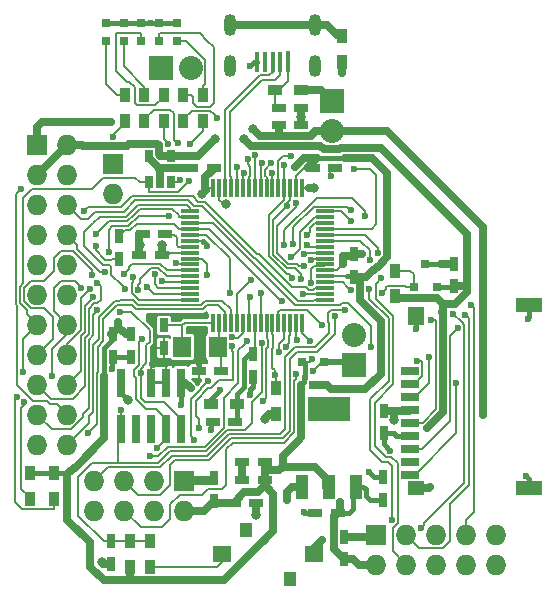
<source format=gbr>
G04 #@! TF.FileFunction,Copper,L1,Top,Signal*
%FSLAX46Y46*%
G04 Gerber Fmt 4.6, Leading zero omitted, Abs format (unit mm)*
G04 Created by KiCad (PCBNEW no-vcs-found-undefined) date Mon Nov 28 21:11:04 2016*
%MOMM*%
%LPD*%
G01*
G04 APERTURE LIST*
%ADD10C,0.100000*%
%ADD11R,0.750000X1.200000*%
%ADD12R,0.300000X1.500000*%
%ADD13R,1.500000X0.300000*%
%ADD14C,0.600000*%
%ADD15R,0.650000X1.060000*%
%ADD16R,1.200000X0.750000*%
%ADD17R,0.900000X1.200000*%
%ADD18R,1.500000X1.400000*%
%ADD19R,1.000000X1.150000*%
%ADD20R,2.032000X2.032000*%
%ADD21O,2.032000X2.032000*%
%ADD22R,0.797560X0.797560*%
%ADD23R,1.200000X0.900000*%
%ADD24R,0.800100X0.800100*%
%ADD25R,3.657600X2.032000*%
%ADD26R,1.016000X2.032000*%
%ADD27R,0.740000X2.400000*%
%ADD28R,1.500000X1.800000*%
%ADD29R,0.400000X1.700000*%
%ADD30C,0.400000*%
%ADD31O,1.050000X1.850000*%
%ADD32R,1.727200X1.727200*%
%ADD33O,1.727200X1.727200*%
%ADD34R,1.600000X0.700000*%
%ADD35R,2.200000X1.200000*%
%ADD36R,1.400000X1.200000*%
%ADD37R,1.400000X1.600000*%
%ADD38C,0.800000*%
%ADD39C,0.700000*%
%ADD40C,0.385000*%
%ADD41C,0.381000*%
%ADD42C,0.635000*%
%ADD43C,0.203200*%
%ADD44C,0.508000*%
G04 APERTURE END LIST*
D10*
D11*
X128828800Y-82702400D03*
X128828800Y-84602400D03*
D12*
X136839000Y-90028000D03*
X137339000Y-90028000D03*
X137839000Y-90028000D03*
X138339000Y-90028000D03*
X138839000Y-90028000D03*
X139339000Y-90028000D03*
X139839000Y-90028000D03*
X140339000Y-90028000D03*
X140839000Y-90028000D03*
X141339000Y-90028000D03*
X141839000Y-90028000D03*
X142339000Y-90028000D03*
X142839000Y-90028000D03*
X143339000Y-90028000D03*
X143839000Y-90028000D03*
X144339000Y-90028000D03*
D13*
X146289000Y-88078000D03*
X146289000Y-87578000D03*
X146289000Y-87078000D03*
X146289000Y-86578000D03*
X146289000Y-86078000D03*
X146289000Y-85578000D03*
X146289000Y-85078000D03*
X146289000Y-84578000D03*
X146289000Y-84078000D03*
X146289000Y-83578000D03*
X146289000Y-83078000D03*
X146289000Y-82578000D03*
X146289000Y-82078000D03*
X146289000Y-81578000D03*
X146289000Y-81078000D03*
X146289000Y-80578000D03*
D12*
X144339000Y-78628000D03*
X143839000Y-78628000D03*
X143339000Y-78628000D03*
X142839000Y-78628000D03*
X142339000Y-78628000D03*
X141839000Y-78628000D03*
X141339000Y-78628000D03*
X140839000Y-78628000D03*
X140339000Y-78628000D03*
X139839000Y-78628000D03*
X139339000Y-78628000D03*
X138839000Y-78628000D03*
X138339000Y-78628000D03*
X137839000Y-78628000D03*
X137339000Y-78628000D03*
X136839000Y-78628000D03*
D13*
X134889000Y-80578000D03*
X134889000Y-81078000D03*
X134889000Y-81578000D03*
X134889000Y-82078000D03*
X134889000Y-82578000D03*
X134889000Y-83078000D03*
X134889000Y-83578000D03*
X134889000Y-84078000D03*
X134889000Y-84578000D03*
X134889000Y-85078000D03*
X134889000Y-85578000D03*
X134889000Y-86078000D03*
X134889000Y-86578000D03*
X134889000Y-87078000D03*
X134889000Y-87578000D03*
X134889000Y-88078000D03*
D14*
X136200000Y-89400000D03*
D15*
X131348400Y-78120600D03*
X132298400Y-78120600D03*
X133248400Y-78120600D03*
X133248400Y-75920600D03*
X131348400Y-75920600D03*
D16*
X142372000Y-73279000D03*
X144272000Y-73279000D03*
D17*
X121285000Y-102727400D03*
X121285000Y-104927400D03*
X123367800Y-102727400D03*
X123367800Y-104927400D03*
D18*
X145391800Y-109626400D03*
X137591800Y-109626400D03*
D19*
X143341800Y-111701400D03*
X139641800Y-107551400D03*
D20*
X148742400Y-93548200D03*
D21*
X148742400Y-91008200D03*
D22*
X129235200Y-66154300D03*
X129235200Y-64655700D03*
X133743700Y-66154300D03*
X133743700Y-64655700D03*
D17*
X130987800Y-70748800D03*
X130987800Y-72948800D03*
D23*
X138844200Y-96860360D03*
X136644200Y-96860360D03*
D16*
X147375960Y-106080560D03*
X145475960Y-106080560D03*
D24*
X153837600Y-87005160D03*
X155737600Y-87005160D03*
X154787600Y-85006180D03*
D25*
X146608800Y-97282000D03*
D26*
X146608800Y-103886000D03*
X148894800Y-103886000D03*
X144322800Y-103886000D03*
D11*
X128320800Y-92882800D03*
X128320800Y-90982800D03*
D22*
X127736600Y-66154300D03*
X127736600Y-64655700D03*
D11*
X157251400Y-86903600D03*
X157251400Y-85003600D03*
D16*
X132461000Y-84239100D03*
X130561000Y-84239100D03*
X136855200Y-76911200D03*
X134955200Y-76911200D03*
D11*
X148717000Y-86106000D03*
X148717000Y-84206000D03*
X140233400Y-92684600D03*
X140233400Y-94584600D03*
X147929600Y-110032800D03*
X147929600Y-108132800D03*
X136906000Y-105090000D03*
X136906000Y-103190000D03*
X151282400Y-99385200D03*
X151282400Y-97485200D03*
X151180800Y-104988400D03*
X151180800Y-103088400D03*
D16*
X144267000Y-71818500D03*
X142367000Y-71818500D03*
X141203720Y-101762560D03*
X139303720Y-101762560D03*
D23*
X144292500Y-70294500D03*
X142092500Y-70294500D03*
D17*
X152247600Y-87790200D03*
X152247600Y-85590200D03*
X129336800Y-70748800D03*
X129336800Y-72948800D03*
D16*
X130850600Y-82473800D03*
X132750600Y-82473800D03*
X141203720Y-103306880D03*
X139303720Y-103306880D03*
D11*
X132638800Y-92136000D03*
X132638800Y-90236000D03*
D16*
X135600400Y-94107000D03*
X137500400Y-94107000D03*
X138678960Y-98430080D03*
X136778960Y-98430080D03*
D22*
X130733800Y-66154300D03*
X130733800Y-64655700D03*
D17*
X132638800Y-70748800D03*
X132638800Y-72948800D03*
D16*
X145252400Y-76911200D03*
X147152400Y-76911200D03*
D11*
X128143000Y-108524000D03*
X128143000Y-110424000D03*
D17*
X129794000Y-110701000D03*
X129794000Y-108501000D03*
X131445000Y-108501000D03*
X131445000Y-110701000D03*
D22*
X132232400Y-66154300D03*
X132232400Y-64655700D03*
D17*
X134289800Y-70748800D03*
X134289800Y-72948800D03*
X147726400Y-67902000D03*
X147726400Y-65702000D03*
D27*
X134086600Y-95072200D03*
X134086600Y-98972200D03*
X132816600Y-95072200D03*
X132816600Y-98972200D03*
X131546600Y-95072200D03*
X131546600Y-98972200D03*
X130276600Y-98972200D03*
X129006600Y-95072200D03*
X129006600Y-98972200D03*
D28*
X137223500Y-92062300D03*
X134223500Y-92062300D03*
D29*
X141852600Y-67895400D03*
X141202600Y-67895400D03*
X142502600Y-67895400D03*
D30*
X143152600Y-67895400D03*
D10*
G36*
X143352600Y-67045400D02*
X143352600Y-68745400D01*
X142952600Y-68745400D01*
X142952600Y-67045400D01*
X143352600Y-67045400D01*
X143352600Y-67045400D01*
G37*
D29*
X140552600Y-67895400D03*
D31*
X145427600Y-64795400D03*
X138277600Y-64795400D03*
X145427600Y-68245400D03*
X138277600Y-68245400D03*
D24*
X146238000Y-93301820D03*
X144338000Y-93301820D03*
X145288000Y-95300800D03*
D17*
X135991600Y-70748800D03*
X135991600Y-72948800D03*
D32*
X128346200Y-76530200D03*
D33*
X128346200Y-79070200D03*
D20*
X146888200Y-71196200D03*
D21*
X146888200Y-73736200D03*
D34*
X153482400Y-94066000D03*
X153482400Y-95166000D03*
X153482400Y-96266000D03*
X153482400Y-97366000D03*
X153482400Y-98466000D03*
X153482400Y-99566000D03*
X153482400Y-100666000D03*
X153482400Y-101766000D03*
X153482400Y-102866000D03*
D35*
X163582400Y-88516000D03*
D36*
X153982400Y-104016000D03*
D37*
X153982400Y-89416000D03*
D35*
X163582400Y-104016000D03*
D20*
X132384800Y-68402200D03*
D21*
X134924800Y-68402200D03*
D32*
X150622000Y-107950000D03*
D33*
X150622000Y-110490000D03*
X153162000Y-107950000D03*
X153162000Y-110490000D03*
X155702000Y-107950000D03*
X155702000Y-110490000D03*
X158242000Y-107950000D03*
X158242000Y-110490000D03*
X160782000Y-107950000D03*
X160782000Y-110490000D03*
X126746000Y-103378000D03*
X126746000Y-105918000D03*
X129286000Y-103378000D03*
X129286000Y-105918000D03*
X131826000Y-103378000D03*
X131826000Y-105918000D03*
D32*
X134366000Y-103378000D03*
D33*
X134366000Y-105918000D03*
D16*
X138572200Y-105232200D03*
X140472200Y-105232200D03*
D11*
X129895600Y-92885300D03*
X129895600Y-90985300D03*
D14*
X133700000Y-89600000D03*
D17*
X142113000Y-95539200D03*
X142113000Y-97739200D03*
D33*
X124460000Y-97790000D03*
X121920000Y-97790000D03*
X124460000Y-95250000D03*
X121920000Y-95250000D03*
X124460000Y-92710000D03*
X121920000Y-92710000D03*
X124460000Y-90170000D03*
X121920000Y-90170000D03*
X124460000Y-87630000D03*
X121920000Y-87630000D03*
X124460000Y-85090000D03*
X121920000Y-85090000D03*
D32*
X121920000Y-74930000D03*
D33*
X124460000Y-74930000D03*
X121920000Y-77470000D03*
X124460000Y-77470000D03*
X121920000Y-80010000D03*
X124460000Y-80010000D03*
X121920000Y-82550000D03*
X124460000Y-82550000D03*
X121920000Y-100330000D03*
X124460000Y-100330000D03*
D14*
X131521200Y-64643000D03*
X131711894Y-93512341D03*
X128252519Y-93933570D03*
D38*
X129590800Y-96545400D03*
X141198600Y-98120200D03*
D14*
X139972240Y-96088209D03*
X151818475Y-100842790D03*
D38*
X130600000Y-83400000D03*
X132220501Y-76920501D03*
X137870163Y-79981202D03*
X127368300Y-110274100D03*
D14*
X136321969Y-83515031D03*
D38*
X145367276Y-78641476D03*
X140487400Y-106311700D03*
X144272000Y-72580500D03*
D14*
X147726400Y-68834000D03*
X149402800Y-84226400D03*
X139303760Y-102529640D03*
X136639003Y-99123203D03*
X149976840Y-102682040D03*
X145992773Y-108448532D03*
X144485360Y-106055160D03*
X154000200Y-90576400D03*
X139941300Y-68237100D03*
X139956520Y-87866893D03*
X155194000Y-103886000D03*
X163322000Y-102997000D03*
X163449000Y-89662000D03*
X156133800Y-85006180D03*
X143068000Y-104978200D03*
X146812000Y-77597000D03*
X132867400Y-93454510D03*
X135636000Y-93454510D03*
X136154160Y-90622120D03*
X135032954Y-90638828D03*
D38*
X140182600Y-73609200D03*
D39*
X128168400Y-72999600D03*
D14*
X147523200Y-105156000D03*
X159664400Y-97840800D03*
X130835400Y-91363800D03*
X136309100Y-85940900D03*
X132073318Y-100596590D03*
X130686088Y-94277790D03*
X128916256Y-89108342D03*
X133685608Y-84946282D03*
X144494291Y-85193466D03*
X157518100Y-90449400D03*
X143394022Y-75929727D03*
X147976774Y-88904780D03*
X143850749Y-79868512D03*
X145066106Y-84684732D03*
X158140400Y-89331800D03*
X143524985Y-86211279D03*
X142855824Y-76658342D03*
X147127260Y-89458800D03*
X155270200Y-89763600D03*
X143860809Y-94341604D03*
X144270439Y-86313349D03*
X155105100Y-92938600D03*
X143098810Y-80124003D03*
X158610150Y-88506150D03*
X150100601Y-84695319D03*
X144534556Y-84152211D03*
X157139971Y-89244034D03*
X154389263Y-107420764D03*
X150016265Y-87173111D03*
X144805892Y-83450427D03*
X151955500Y-106680000D03*
X150745874Y-84099437D03*
X151053800Y-86207600D03*
X148755100Y-76987400D03*
X144396727Y-87554663D03*
X135229600Y-99938507D03*
X136364413Y-94951000D03*
X148476454Y-87253646D03*
X151155400Y-87477600D03*
X139714056Y-91569433D03*
X143427614Y-84452543D03*
X131483100Y-101295200D03*
X144759368Y-82613787D03*
X138448220Y-91982483D03*
X135603158Y-98890543D03*
X138206170Y-87493502D03*
X142621445Y-88185334D03*
X129021840Y-97363280D03*
X140933539Y-91705905D03*
X128354241Y-74274259D03*
X141776487Y-77301740D03*
X140394499Y-75818802D03*
X133831149Y-74810910D03*
X139729132Y-76170099D03*
X133005703Y-74852102D03*
X141747813Y-76454000D03*
X137172700Y-72669400D03*
X126898404Y-82538562D03*
X120550215Y-78710534D03*
X127018576Y-88936135D03*
X130495050Y-87227688D03*
X126687661Y-87831949D03*
X129387039Y-87136104D03*
X129235200Y-85877400D03*
X126986270Y-86624112D03*
X125666763Y-87070498D03*
X133096000Y-80949800D03*
X123139200Y-94488000D03*
X120827800Y-96748600D03*
X139399536Y-77348844D03*
X127989483Y-84017015D03*
X133982677Y-77950277D03*
X138822853Y-76863072D03*
X120192800Y-96266000D03*
X120738899Y-94196282D03*
X134781817Y-78031057D03*
X143891000Y-91506040D03*
X142355757Y-92518262D03*
X145011820Y-91543914D03*
X142954069Y-92062032D03*
X125920130Y-80518000D03*
D38*
X135864600Y-79113900D03*
X132524500Y-83452002D03*
D14*
X134101840Y-96946720D03*
X148097011Y-95664320D03*
X137419080Y-95697040D03*
X134917233Y-95572633D03*
X143764000Y-76809600D03*
X150164800Y-92087700D03*
X154058031Y-93244631D03*
X141020800Y-96647000D03*
X157409042Y-95091428D03*
D38*
X136964722Y-74483818D03*
D14*
X146054010Y-90218085D03*
D38*
X142692398Y-102189002D03*
X152091898Y-98281640D03*
X139420600Y-74422000D03*
D14*
X128740742Y-89958453D03*
X154940000Y-98937790D03*
X145171430Y-93105818D03*
X128742961Y-89955811D03*
X142030145Y-94469674D03*
X145313400Y-94056200D03*
X134848600Y-74904600D03*
X140995400Y-76454000D03*
X131862959Y-85918270D03*
X145076885Y-86631407D03*
X138425902Y-91230402D03*
X143586696Y-83375219D03*
X148500000Y-80500000D03*
X140839000Y-87503000D03*
X148500000Y-81400000D03*
X142814561Y-83398810D03*
X140000000Y-86400000D03*
X149700000Y-81000000D03*
X127645789Y-85691786D03*
X132461000Y-86436200D03*
X126873000Y-83540600D03*
X126417739Y-87116957D03*
X130019044Y-86144243D03*
X126542861Y-86011056D03*
X131205640Y-86980330D03*
X126187590Y-99385900D03*
D40*
X132232400Y-64655700D02*
X133743700Y-64655700D01*
X130733800Y-64655700D02*
X131508500Y-64655700D01*
X131508500Y-64655700D02*
X131521200Y-64643000D01*
X132232400Y-64655700D02*
X131533900Y-64655700D01*
X131533900Y-64655700D02*
X131521200Y-64643000D01*
X129235200Y-64655700D02*
X130733800Y-64655700D01*
X127736600Y-64655700D02*
X129235200Y-64655700D01*
D41*
X128320800Y-92882800D02*
X129893100Y-92882800D01*
X129893100Y-92882800D02*
X129895600Y-92885300D01*
D42*
X131769725Y-93454510D02*
X131711894Y-93512341D01*
X132867400Y-93454510D02*
X131769725Y-93454510D01*
D41*
X128252519Y-93509306D02*
X128252519Y-93933570D01*
X128252519Y-92946519D02*
X128252519Y-93509306D01*
X128193800Y-92887800D02*
X128252519Y-92946519D01*
X129006600Y-95961200D02*
X129590800Y-96545400D01*
X129006600Y-95072200D02*
X129006600Y-95961200D01*
X151282400Y-99385200D02*
X151282400Y-100306715D01*
X151282400Y-100306715D02*
X151818475Y-100842790D01*
X152301400Y-99566000D02*
X152120600Y-99385200D01*
X152120600Y-99385200D02*
X151282400Y-99385200D01*
D42*
X142113000Y-97739200D02*
X141579600Y-97739200D01*
X141579600Y-97739200D02*
X141198600Y-98120200D01*
D41*
X140208000Y-95428185D02*
X139972240Y-95663945D01*
X140208000Y-94549000D02*
X140208000Y-95428185D01*
X139972240Y-95663945D02*
X139972240Y-96088209D01*
X153482400Y-99566000D02*
X152301400Y-99566000D01*
D42*
X130548300Y-82473800D02*
X130548300Y-83348300D01*
X130548300Y-83348300D02*
X130600000Y-83400000D01*
X130561000Y-84239100D02*
X130561000Y-83439000D01*
X130561000Y-83439000D02*
X130600000Y-83400000D01*
X132298400Y-78120600D02*
X132298400Y-76955600D01*
X132298400Y-76955600D02*
X132263301Y-76920501D01*
X132263301Y-76920501D02*
X132220501Y-76920501D01*
X131348400Y-76048400D02*
X132220501Y-76920501D01*
X133720200Y-76911200D02*
X134955200Y-76911200D01*
X132220501Y-76920501D02*
X133710899Y-76920501D01*
X133710899Y-76920501D02*
X133720200Y-76911200D01*
X131348400Y-75920600D02*
X131348400Y-76048400D01*
D43*
X137339000Y-78628000D02*
X137339000Y-79581200D01*
X137339000Y-79581200D02*
X137739002Y-79981202D01*
X137739002Y-79981202D02*
X137870163Y-79981202D01*
D41*
X135636000Y-93878774D02*
X135636000Y-93454510D01*
X135636000Y-94071400D02*
X135636000Y-93878774D01*
X135600400Y-94107000D02*
X135636000Y-94071400D01*
D42*
X128143000Y-110424000D02*
X127518200Y-110424000D01*
X127518200Y-110424000D02*
X127368300Y-110274100D01*
X131348400Y-75920600D02*
X131348400Y-76103400D01*
D41*
X136021970Y-83215032D02*
X136321969Y-83515031D01*
X136000538Y-83193600D02*
X136021970Y-83215032D01*
X136000538Y-83078000D02*
X136000538Y-83193600D01*
D42*
X145353800Y-78628000D02*
X145367276Y-78641476D01*
X144922000Y-78628000D02*
X145353800Y-78628000D01*
X140474700Y-105460800D02*
X140474700Y-106299000D01*
X140474700Y-106299000D02*
X140487400Y-106311700D01*
X134982997Y-76944403D02*
X134462911Y-76944403D01*
X135041600Y-76885800D02*
X134982997Y-76944403D01*
X144272000Y-73279000D02*
X144272000Y-72580500D01*
X144267000Y-71818500D02*
X144267000Y-72575500D01*
X144267000Y-72575500D02*
X144272000Y-72580500D01*
D43*
X144922000Y-78628000D02*
X144942428Y-78648428D01*
X144339000Y-78628000D02*
X144922000Y-78628000D01*
D42*
X147726400Y-67902000D02*
X147726400Y-68834000D01*
X147828000Y-85043000D02*
X147828000Y-84328000D01*
X147828000Y-84328000D02*
X148595000Y-84328000D01*
X148595000Y-84328000D02*
X148717000Y-84206000D01*
X148717000Y-84206000D02*
X149382400Y-84206000D01*
X149382400Y-84206000D02*
X149402800Y-84226400D01*
X157251400Y-85003600D02*
X156136380Y-85003600D01*
X156136380Y-85003600D02*
X156133800Y-85006180D01*
X145391800Y-109626400D02*
X145391800Y-109049505D01*
X145391800Y-109049505D02*
X145992773Y-108448532D01*
X139303720Y-101762560D02*
X139303720Y-102529600D01*
X139303720Y-102529600D02*
X139303760Y-102529640D01*
X139303720Y-103306880D02*
X139303720Y-102529680D01*
X139303720Y-102529680D02*
X139303760Y-102529640D01*
X143068000Y-104353400D02*
X143068000Y-104978200D01*
X144068800Y-103911400D02*
X143510000Y-103911400D01*
X143510000Y-103911400D02*
X143068000Y-104353400D01*
X153982400Y-104016000D02*
X155064000Y-104016000D01*
X155064000Y-104016000D02*
X155194000Y-103886000D01*
X147929600Y-108132800D02*
X150439200Y-108132800D01*
X150439200Y-108132800D02*
X150622000Y-107950000D01*
X134366000Y-103378000D02*
X136718000Y-103378000D01*
X136718000Y-103378000D02*
X136906000Y-103190000D01*
D41*
X136639003Y-98698939D02*
X136639003Y-99123203D01*
X136778960Y-98430080D02*
X136639003Y-98570037D01*
X136639003Y-98570037D02*
X136639003Y-98698939D01*
X150835360Y-103108720D02*
X150403520Y-103108720D01*
X150403520Y-103108720D02*
X149976840Y-102682040D01*
X145891080Y-108550225D02*
X145992773Y-108448532D01*
X145891080Y-109722920D02*
X145891080Y-108550225D01*
X145475960Y-106080560D02*
X144510760Y-106080560D01*
X144510760Y-106080560D02*
X144485360Y-106055160D01*
X153982400Y-89416000D02*
X153982400Y-90558600D01*
X153982400Y-90558600D02*
X154000200Y-90576400D01*
X153982400Y-89700914D02*
X154159407Y-89877921D01*
X153982400Y-89416000D02*
X153982400Y-89700914D01*
X140552600Y-67895400D02*
X140283000Y-67895400D01*
X140283000Y-67895400D02*
X139941300Y-68237100D01*
D43*
X139839000Y-87984413D02*
X139956520Y-87866893D01*
X139839000Y-90028000D02*
X139839000Y-87984413D01*
D41*
X163582400Y-104016000D02*
X163582400Y-103257400D01*
X163582400Y-103257400D02*
X163322000Y-102997000D01*
X163582400Y-88516000D02*
X163582400Y-89528600D01*
X163582400Y-89528600D02*
X163449000Y-89662000D01*
X154787600Y-85006180D02*
X156133800Y-85006180D01*
X143484600Y-103936800D02*
X144373600Y-103936800D01*
X143068000Y-104353400D02*
X143484600Y-103936800D01*
X128143000Y-110424000D02*
X128143000Y-110091475D01*
X136906000Y-103190000D02*
X134554000Y-103190000D01*
D43*
X134554000Y-103190000D02*
X134366000Y-103378000D01*
X134889000Y-83078000D02*
X136000538Y-83078000D01*
X136000538Y-83078000D02*
X136000619Y-83077919D01*
X146746000Y-76835000D02*
X146746000Y-77531000D01*
X146746000Y-77531000D02*
X146812000Y-77597000D01*
X147293000Y-85578000D02*
X147828000Y-85043000D01*
X146289000Y-85578000D02*
X147293000Y-85578000D01*
X132356193Y-77935000D02*
X132396374Y-77975181D01*
D42*
X132867400Y-93454510D02*
X132301715Y-93454510D01*
D43*
X135636000Y-93454510D02*
X132867400Y-93454510D01*
X135636000Y-93454510D02*
X135211736Y-93454510D01*
X135211736Y-93454510D02*
X135191126Y-93433900D01*
D41*
X135636000Y-90830400D02*
X135636000Y-93454510D01*
X135032954Y-90638828D02*
X136137452Y-90638828D01*
X136137452Y-90638828D02*
X136154160Y-90622120D01*
X135636000Y-90830400D02*
X135224526Y-90830400D01*
X135224526Y-90830400D02*
X135032954Y-90638828D01*
X135636000Y-90830400D02*
X135651240Y-90815160D01*
D42*
X143827500Y-74193400D02*
X142367000Y-74193400D01*
X145451360Y-73812400D02*
X145070360Y-74193400D01*
X145070360Y-74193400D02*
X143827500Y-74193400D01*
X145451360Y-73812400D02*
X146888200Y-73812400D01*
X142367000Y-74193400D02*
X140766800Y-74193400D01*
X142372000Y-73279000D02*
X142372000Y-74188400D01*
X142372000Y-74188400D02*
X142367000Y-74193400D01*
X144292500Y-70294500D02*
X145910300Y-70294500D01*
X145910300Y-70294500D02*
X146888200Y-71272400D01*
X140766800Y-74193400D02*
X140182600Y-73609200D01*
X159664400Y-97840800D02*
X159664400Y-81885400D01*
X159664400Y-81885400D02*
X151576200Y-73797200D01*
X151576200Y-73797200D02*
X148666200Y-73797200D01*
X146888200Y-73812400D02*
X148651000Y-73812400D01*
X148651000Y-73812400D02*
X148666200Y-73797200D01*
X121920000Y-74930000D02*
X121920000Y-73431400D01*
X121920000Y-73431400D02*
X122351800Y-72999600D01*
X122351800Y-72999600D02*
X128168400Y-72999600D01*
X147929600Y-110032800D02*
X148685600Y-110032800D01*
X150622000Y-110490000D02*
X149142800Y-110490000D01*
X149142800Y-110490000D02*
X148685600Y-110032800D01*
X147375960Y-106080560D02*
X147046599Y-106409921D01*
X147046599Y-106409921D02*
X147046599Y-109149799D01*
X147046599Y-109149799D02*
X147929600Y-110032800D01*
X147929600Y-110032800D02*
X147929600Y-110257800D01*
X147523200Y-105156000D02*
X147523200Y-105933320D01*
X147523200Y-105933320D02*
X147375960Y-106080560D01*
D41*
X150835360Y-105008720D02*
X150079360Y-105008720D01*
X150079360Y-105008720D02*
X149748240Y-104677600D01*
X149748240Y-104677600D02*
X149748240Y-104129840D01*
X149748240Y-104129840D02*
X149529800Y-103911400D01*
X149529800Y-103911400D02*
X148640800Y-103911400D01*
X147375960Y-106080560D02*
X148356960Y-106080560D01*
X148356960Y-106080560D02*
X148640800Y-105796720D01*
X148640800Y-105796720D02*
X148640800Y-103911400D01*
D43*
X150561000Y-110551000D02*
X150622000Y-110490000D01*
X142122800Y-73193000D02*
X142113000Y-73202800D01*
X142092500Y-70294500D02*
X142092500Y-71544000D01*
X142092500Y-71544000D02*
X142367000Y-71818500D01*
X142122800Y-70568400D02*
X143152600Y-69538600D01*
X143152600Y-69538600D02*
X143152600Y-67895400D01*
X142502600Y-67895400D02*
X142502600Y-68999400D01*
X138266920Y-77551920D02*
X138339000Y-77624000D01*
X138339000Y-77624000D02*
X138339000Y-78628000D01*
X138266920Y-72131080D02*
X138266920Y-77551920D01*
X140954108Y-69443892D02*
X138266920Y-72131080D01*
X142502600Y-68999400D02*
X142058108Y-69443892D01*
X142058108Y-69443892D02*
X140954108Y-69443892D01*
X141852600Y-67895400D02*
X141852600Y-68752602D01*
X140796289Y-69062881D02*
X137822410Y-72036760D01*
X137822410Y-72036760D02*
X137822410Y-76738945D01*
X141852600Y-68752602D02*
X141542321Y-69062881D01*
X141542321Y-69062881D02*
X140796289Y-69062881D01*
X137822410Y-76738945D02*
X137839000Y-76755535D01*
X137839000Y-76755535D02*
X137839000Y-77624000D01*
X137839000Y-77624000D02*
X137839000Y-78628000D01*
X141852600Y-68545400D02*
X141852600Y-67895400D01*
X130524601Y-91674599D02*
X130535401Y-91663799D01*
X130524601Y-93619355D02*
X130524601Y-91674599D01*
X130132087Y-94011869D02*
X130524601Y-93619355D01*
X130132087Y-94543711D02*
X130132087Y-94011869D01*
X130244802Y-94656426D02*
X130132087Y-94543711D01*
X130244802Y-96434678D02*
X130244802Y-94656426D01*
X131117524Y-97307400D02*
X130244802Y-96434678D01*
X131981800Y-97307400D02*
X131117524Y-97307400D01*
X132816600Y-98142200D02*
X131981800Y-97307400D01*
X130535401Y-91663799D02*
X130835400Y-91363800D01*
X132816600Y-98972200D02*
X132816600Y-98142200D01*
X136309100Y-85940900D02*
X136309100Y-85044900D01*
X136309100Y-85044900D02*
X135842200Y-84578000D01*
X135842200Y-84578000D02*
X134889000Y-84578000D01*
X132073318Y-100596590D02*
X132816600Y-99853308D01*
X132816600Y-99853308D02*
X132816600Y-98972200D01*
X132816600Y-98972200D02*
X132816600Y-99802200D01*
X132613400Y-98178600D02*
X132613400Y-99632600D01*
X134893000Y-84582000D02*
X134889000Y-84578000D01*
X130686088Y-94277790D02*
X130686088Y-93960776D01*
X130686088Y-93960776D02*
X130880211Y-93766653D01*
X130880211Y-93766653D02*
X130880211Y-93711387D01*
X131175404Y-93240595D02*
X131175404Y-91912796D01*
X130880211Y-93711387D02*
X131140385Y-93451213D01*
X131140385Y-93451213D02*
X131140385Y-93275614D01*
X131140385Y-93275614D02*
X131175404Y-93240595D01*
X131175404Y-91912796D02*
X131445000Y-91643200D01*
X131445000Y-91643200D02*
X131445000Y-90652600D01*
X131445000Y-90652600D02*
X129900742Y-89108342D01*
X129900742Y-89108342D02*
X128916256Y-89108342D01*
X130686088Y-94764312D02*
X130686088Y-94277790D01*
X134086600Y-98142200D02*
X134086600Y-98972200D01*
X132642200Y-96697800D02*
X134086600Y-98142200D01*
X131030698Y-96697800D02*
X132642200Y-96697800D01*
X130686088Y-96353190D02*
X131030698Y-96697800D01*
X130686088Y-94764312D02*
X130686088Y-96353190D01*
X128916256Y-89015744D02*
X128916256Y-89108342D01*
X128967010Y-88964990D02*
X128916256Y-89015744D01*
X134889000Y-85078000D02*
X133817326Y-85078000D01*
X133817326Y-85078000D02*
X133685608Y-84946282D01*
X133883400Y-98069400D02*
X133883400Y-99632600D01*
X134877000Y-85090000D02*
X134889000Y-85078000D01*
X126746000Y-103378000D02*
X127876300Y-102247700D01*
X136334533Y-101254549D02*
X138173504Y-99415578D01*
X127876300Y-102247700D02*
X132310790Y-102247700D01*
X133303941Y-101254549D02*
X136334533Y-101254549D01*
X138173504Y-99415578D02*
X142519422Y-99415578D01*
X132310790Y-102247700D02*
X133303941Y-101254549D01*
X142519422Y-99415578D02*
X142922825Y-99012175D01*
X142922825Y-99012175D02*
X142922825Y-92913200D01*
X142922825Y-92913200D02*
X143733141Y-92102884D01*
X143733141Y-92102884D02*
X145409823Y-92102884D01*
X146828310Y-88904780D02*
X147552510Y-88904780D01*
X146573240Y-89159850D02*
X146828310Y-88904780D01*
X145409823Y-92102884D02*
X146608011Y-90904696D01*
X146608011Y-90904696D02*
X146608011Y-89952164D01*
X147552510Y-88904780D02*
X147976774Y-88904780D01*
X146573240Y-89917393D02*
X146573240Y-89159850D01*
X146608011Y-89952164D02*
X146573240Y-89917393D01*
X143161692Y-85006545D02*
X142260551Y-84105404D01*
X142445769Y-81600000D02*
X143789400Y-80256369D01*
X144070027Y-85193466D02*
X143883106Y-85006545D01*
X142260551Y-81785218D02*
X142445769Y-81600000D01*
X144494291Y-85193466D02*
X144070027Y-85193466D01*
X143883106Y-85006545D02*
X143161692Y-85006545D01*
X142260551Y-84105404D02*
X142260551Y-81785218D01*
X143446500Y-80599269D02*
X143789400Y-80256369D01*
X143789400Y-80256369D02*
X143850749Y-80195020D01*
X143367756Y-80678013D02*
X143446500Y-80599269D01*
X142339000Y-77056774D02*
X142301814Y-77019588D01*
X142713232Y-75929727D02*
X142969758Y-75929727D01*
X142301814Y-77019588D02*
X142301814Y-76341145D01*
X142339000Y-78628000D02*
X142339000Y-77056774D01*
X142969758Y-75929727D02*
X143394022Y-75929727D01*
X142301814Y-76341145D02*
X142713232Y-75929727D01*
X143850749Y-80195020D02*
X143850749Y-79868512D01*
X154485600Y-100666000D02*
X153482400Y-100666000D01*
X156855032Y-98296568D02*
X154485600Y-100666000D01*
X157518100Y-90449400D02*
X156855032Y-91112468D01*
X156855032Y-91112468D02*
X156855032Y-98296568D01*
X156839581Y-105370049D02*
X156839581Y-107873800D01*
X158440399Y-103769231D02*
X156839581Y-105370049D01*
X158440399Y-89631799D02*
X158440399Y-103769231D01*
X158140400Y-89331800D02*
X158440399Y-89631799D01*
X158140400Y-89331800D02*
X158261754Y-89453154D01*
X145136154Y-84726846D02*
X145136154Y-84782269D01*
X146289000Y-84578000D02*
X145285000Y-84578000D01*
X145285000Y-84578000D02*
X145136154Y-84726846D01*
X156839581Y-107873800D02*
X156839581Y-107492811D01*
X156839581Y-108466469D02*
X156839581Y-107873800D01*
X156238449Y-109067601D02*
X156839581Y-108466469D01*
X154279601Y-109067601D02*
X156238449Y-109067601D01*
X153162000Y-107950000D02*
X154279601Y-109067601D01*
X129286000Y-103378000D02*
X130479801Y-104571801D01*
X130479801Y-104571801D02*
X132286249Y-104571801D01*
X132286249Y-104571801D02*
X133131560Y-103726490D01*
X133131560Y-103726490D02*
X133131560Y-102097840D01*
X133131560Y-102097840D02*
X133616700Y-101612700D01*
X136479291Y-101612700D02*
X138320802Y-99771189D01*
X143886539Y-92488316D02*
X145601474Y-92488316D01*
X133616700Y-101612700D02*
X136479291Y-101612700D01*
X142697212Y-99771188D02*
X143306799Y-99161601D01*
X138320802Y-99771189D02*
X142697212Y-99771188D01*
X143306799Y-99161601D02*
X143306799Y-93068056D01*
X143306799Y-93068056D02*
X143886539Y-92488316D01*
X145601474Y-92488316D02*
X147127260Y-90962530D01*
X147127260Y-90962530D02*
X147127260Y-89458800D01*
X143224986Y-85911280D02*
X143060609Y-85911280D01*
X141549329Y-84400000D02*
X141549329Y-80870871D01*
X143524985Y-86211279D02*
X143224986Y-85911280D01*
X141549329Y-80870871D02*
X142839000Y-79581200D01*
X143060609Y-85911280D02*
X141549329Y-84400000D01*
X142839000Y-79581200D02*
X142839000Y-78628000D01*
X142839000Y-76675166D02*
X142855824Y-76658342D01*
X142839000Y-78628000D02*
X142839000Y-76675166D01*
X155702000Y-97332800D02*
X154568800Y-98466000D01*
X154568800Y-98466000D02*
X153482400Y-98466000D01*
X155702000Y-89771136D02*
X155702000Y-97332800D01*
X155270200Y-89763600D02*
X155694464Y-89763600D01*
X155694464Y-89763600D02*
X155702000Y-89771136D01*
X137906760Y-101828600D02*
X137906760Y-100713540D01*
X137906760Y-100713540D02*
X138468100Y-100152200D01*
X138468100Y-100152200D02*
X142824200Y-100152200D01*
X142824200Y-100152200D02*
X143687820Y-99288580D01*
X143687820Y-99288580D02*
X143687820Y-94938857D01*
X143687820Y-94938857D02*
X143860809Y-94765868D01*
X143860809Y-94765868D02*
X143860809Y-94341604D01*
X142798811Y-80424002D02*
X143098810Y-80124003D01*
X143029551Y-85377313D02*
X141904940Y-84252702D01*
X143736570Y-85377313D02*
X143029551Y-85377313D01*
X144270439Y-86313349D02*
X144270439Y-85911182D01*
X144270439Y-85911182D02*
X143736570Y-85377313D01*
X141904940Y-81317873D02*
X142798811Y-80424002D01*
X141904940Y-84252702D02*
X141904940Y-81317873D01*
X137906760Y-103735742D02*
X137906760Y-101828600D01*
X137906760Y-101828600D02*
X137906760Y-101612700D01*
X153932400Y-96266000D02*
X155105100Y-95093300D01*
X155105100Y-95093300D02*
X155105100Y-92938600D01*
X143098810Y-80124003D02*
X143098810Y-79872190D01*
X143098810Y-79872190D02*
X143154571Y-79816429D01*
X136341997Y-104107501D02*
X137535001Y-104107501D01*
X137535001Y-104107501D02*
X137906760Y-103735742D01*
X135890397Y-104559101D02*
X136341997Y-104107501D01*
X133976869Y-104559101D02*
X135890397Y-104559101D01*
X133184899Y-106654601D02*
X133184899Y-105351071D01*
X133184899Y-105351071D02*
X133976869Y-104559101D01*
X130695700Y-107327700D02*
X132511800Y-107327700D01*
X132511800Y-107327700D02*
X133184899Y-106654601D01*
X129286000Y-105918000D02*
X130695700Y-107327700D01*
X153482400Y-96266000D02*
X153932400Y-96266000D01*
X143154571Y-79816429D02*
X143154571Y-79855258D01*
X143339000Y-79632000D02*
X143154571Y-79816429D01*
X143339000Y-78628000D02*
X143339000Y-79632000D01*
X158910149Y-88806149D02*
X158610150Y-88506150D01*
X158910149Y-106060537D02*
X158910149Y-88806149D01*
X158242000Y-107950000D02*
X158242000Y-106728686D01*
X158242000Y-106728686D02*
X158910149Y-106060537D01*
X150100601Y-84271055D02*
X150100601Y-84695319D01*
X149288698Y-83078000D02*
X150100601Y-83889903D01*
X150100601Y-83889903D02*
X150100601Y-84271055D01*
X146289000Y-83078000D02*
X149288698Y-83078000D01*
X144608767Y-84078000D02*
X144534556Y-84152211D01*
X146289000Y-84078000D02*
X144608767Y-84078000D01*
X157139971Y-89244034D02*
X157880743Y-89984806D01*
X157880743Y-89984806D02*
X157880743Y-89986543D01*
X157880743Y-89986543D02*
X158076900Y-90182700D01*
X158076900Y-90182700D02*
X158076900Y-103593900D01*
X158076900Y-103593900D02*
X154689262Y-106981538D01*
X154689262Y-106981538D02*
X154689262Y-107120765D01*
X154689262Y-107120765D02*
X154389263Y-107420764D01*
X155702000Y-110490000D02*
X156475174Y-110490000D01*
X155713592Y-110490000D02*
X155702000Y-110490000D01*
X150016265Y-87173111D02*
X150016265Y-87995251D01*
X150016265Y-87995251D02*
X151666377Y-89645363D01*
X151666377Y-89645363D02*
X151666377Y-94934839D01*
X151666377Y-94934839D02*
X150093680Y-96507536D01*
X150093680Y-96507536D02*
X150093680Y-100820538D01*
X150093680Y-100820538D02*
X151079200Y-101806058D01*
X151955500Y-102946200D02*
X151955500Y-106680000D01*
X151079200Y-101806058D02*
X151615458Y-101806058D01*
X151615458Y-101806058D02*
X151955500Y-102146100D01*
X151955500Y-102146100D02*
X151955500Y-102946200D01*
X144933465Y-83578000D02*
X144805892Y-83450427D01*
X146289000Y-83578000D02*
X144933465Y-83578000D01*
X151053800Y-86207600D02*
X150570266Y-86691134D01*
X150570266Y-86691134D02*
X150570266Y-87974502D01*
X150570266Y-87974502D02*
X152072787Y-89477023D01*
X150488605Y-100425205D02*
X151460200Y-101396800D01*
X151460200Y-101396800D02*
X151917400Y-101396800D01*
X152072787Y-89477023D02*
X152072787Y-95220298D01*
X152428399Y-105100298D02*
X152509501Y-105181400D01*
X152509501Y-106948449D02*
X152044399Y-107413551D01*
X152044399Y-109372399D02*
X153162000Y-110490000D01*
X152072787Y-95220298D02*
X150488605Y-96804480D01*
X150488605Y-96804480D02*
X150488605Y-100425205D01*
X152428399Y-101907799D02*
X152428399Y-105100298D01*
X151917400Y-101396800D02*
X152428399Y-101907799D01*
X152044399Y-107413551D02*
X152044399Y-109372399D01*
X152509501Y-105181400D02*
X152509501Y-106948449D01*
X146289000Y-82578000D02*
X149648701Y-82578000D01*
X149648701Y-82578000D02*
X150745874Y-83675173D01*
X150745874Y-83675173D02*
X150745874Y-84099437D01*
X133527800Y-82550000D02*
X133757000Y-82779200D01*
X133757000Y-82779200D02*
X133757000Y-83450000D01*
X132468700Y-82550000D02*
X133527800Y-82550000D01*
X132903000Y-82550000D02*
X133128000Y-82550000D01*
X133757000Y-83179000D02*
X133757000Y-83450000D01*
X133757000Y-83450000D02*
X133885000Y-83578000D01*
X133885000Y-83578000D02*
X134889000Y-83578000D01*
X148755100Y-76987400D02*
X150075900Y-76987400D01*
X150075900Y-76987400D02*
X150622000Y-77533500D01*
X150622000Y-77533500D02*
X150622000Y-81686400D01*
X150622000Y-81686400D02*
X150230400Y-82078000D01*
X150230400Y-82078000D02*
X146289000Y-82078000D01*
X147293000Y-82078000D02*
X146289000Y-82078000D01*
X146257387Y-87609613D02*
X144451677Y-87609613D01*
X146289000Y-87578000D02*
X146257387Y-87609613D01*
X144451677Y-87609613D02*
X144396727Y-87554663D01*
X135782306Y-95605600D02*
X134929601Y-96458305D01*
X136364413Y-94951000D02*
X135782306Y-95533107D01*
X135782306Y-95533107D02*
X135782306Y-95605600D01*
X134929601Y-99638508D02*
X135229600Y-99938507D01*
X134929601Y-96458305D02*
X134929601Y-99638508D01*
X136435000Y-90028000D02*
X136839000Y-90028000D01*
X134444982Y-90004618D02*
X136411618Y-90004618D01*
X134213600Y-90236000D02*
X134444982Y-90004618D01*
X136411618Y-90004618D02*
X136435000Y-90028000D01*
X132638800Y-90236000D02*
X134213600Y-90236000D01*
X134212200Y-92024200D02*
X134212200Y-90870200D01*
X134213600Y-90868800D02*
X134213600Y-90236000D01*
X134212200Y-90870200D02*
X134213600Y-90868800D01*
X136747800Y-90119200D02*
X136839000Y-90028000D01*
X137500400Y-94107000D02*
X137500400Y-92312400D01*
X137500400Y-92312400D02*
X137212200Y-92024200D01*
X137212200Y-92024200D02*
X137339000Y-91897400D01*
X137339000Y-91897400D02*
X137339000Y-90028000D01*
X137602000Y-92456000D02*
X137795000Y-92649000D01*
X147800808Y-86578000D02*
X148176455Y-86953647D01*
X146289000Y-86578000D02*
X147800808Y-86578000D01*
X148176455Y-86953647D02*
X148476454Y-87253646D01*
X151155400Y-87477600D02*
X151455399Y-87177601D01*
X151566459Y-86872699D02*
X153051089Y-86872699D01*
X151455399Y-87177601D02*
X151455399Y-86983759D01*
X151455399Y-86983759D02*
X151566459Y-86872699D01*
X153051089Y-86872699D02*
X153183550Y-87005160D01*
X153183550Y-87005160D02*
X153837600Y-87005160D01*
X153509800Y-85590200D02*
X153837600Y-85918000D01*
X153837600Y-85918000D02*
X153837600Y-87005160D01*
X152247600Y-85590200D02*
X153509800Y-85590200D01*
X138957411Y-92326078D02*
X139414057Y-91869432D01*
X139414057Y-91869432D02*
X139714056Y-91569433D01*
X138957411Y-92811867D02*
X138957411Y-92326078D01*
X144145011Y-83735146D02*
X143727613Y-84152544D01*
X145424661Y-81078000D02*
X144145011Y-82357650D01*
X146289000Y-81078000D02*
X145424661Y-81078000D01*
X144145011Y-82357650D02*
X144145011Y-83735146D01*
X143727613Y-84152544D02*
X143427614Y-84452543D01*
X137696461Y-96386597D02*
X138943988Y-95139070D01*
X137696461Y-98886803D02*
X137696461Y-96386597D01*
X132988303Y-100492527D02*
X136090737Y-100492527D01*
X131483100Y-101295200D02*
X132185630Y-101295200D01*
X138943988Y-95139070D02*
X138943988Y-92825290D01*
X136090737Y-100492527D02*
X137696461Y-98886803D01*
X138943988Y-92825290D02*
X138957411Y-92811867D01*
X132185630Y-101295200D02*
X132988303Y-100492527D01*
X138957411Y-92456589D02*
X138957411Y-92811867D01*
X145059367Y-82313788D02*
X144759368Y-82613787D01*
X145453423Y-81578000D02*
X145059367Y-81972056D01*
X145059367Y-81972056D02*
X145059367Y-82313788D01*
X146289000Y-81578000D02*
X145453423Y-81578000D01*
X135329194Y-96597542D02*
X136421735Y-95505001D01*
X138448220Y-92406747D02*
X138448220Y-91982483D01*
X137317135Y-94818200D02*
X138487501Y-94818200D01*
X138541726Y-92500253D02*
X138448220Y-92406747D01*
X138541726Y-94763975D02*
X138541726Y-92500253D01*
X136630334Y-95505001D02*
X137317135Y-94818200D01*
X135329194Y-97866200D02*
X135329194Y-96597542D01*
X136421735Y-95505001D02*
X136630334Y-95505001D01*
X138487501Y-94818200D02*
X138541726Y-94763975D01*
X136232260Y-82569990D02*
X138206170Y-84543900D01*
X138206170Y-84543900D02*
X138206170Y-87493502D01*
X134889000Y-82578000D02*
X135893000Y-82578000D01*
X135893000Y-82578000D02*
X135901010Y-82569990D01*
X135901010Y-82569990D02*
X136232260Y-82569990D01*
X135329194Y-97866200D02*
X135603158Y-98140164D01*
X135603158Y-98140164D02*
X135603158Y-98890543D01*
X135329194Y-97511444D02*
X135329194Y-97866200D01*
X133468000Y-81610200D02*
X130368016Y-81610200D01*
X130368016Y-81610200D02*
X129778967Y-82199249D01*
X129778967Y-82199249D02*
X129331952Y-82199249D01*
X129331952Y-82199249D02*
X128828800Y-82702400D01*
X134889000Y-82078000D02*
X133935800Y-82078000D01*
X133935800Y-82078000D02*
X133468000Y-81610200D01*
X128143000Y-108524000D02*
X127564800Y-108524000D01*
X127564800Y-108524000D02*
X125412500Y-106371700D01*
X125412500Y-106371700D02*
X125412500Y-103060500D01*
X125412500Y-103060500D02*
X126593600Y-101879400D01*
X126593600Y-101879400D02*
X128765300Y-101879400D01*
X140081000Y-98460175D02*
X139481208Y-99059967D01*
X140933539Y-91705905D02*
X140933539Y-95910400D01*
X140081000Y-98460175D02*
X140081000Y-96762939D01*
X140081000Y-96762939D02*
X140933539Y-95910400D01*
X139868341Y-85445591D02*
X139436550Y-85013800D01*
X139436550Y-85013800D02*
X136740900Y-82318150D01*
X142321446Y-87885335D02*
X142621445Y-88185334D01*
X139868341Y-85445591D02*
X139881702Y-85445591D01*
X139881702Y-85445591D02*
X142321446Y-87885335D01*
X138026206Y-99059967D02*
X136212635Y-100873538D01*
X139481208Y-99059967D02*
X138026206Y-99059967D01*
X136212635Y-100873538D02*
X133146122Y-100873538D01*
X133146122Y-100873538D02*
X132397500Y-101622160D01*
X128765300Y-101879400D02*
X132140260Y-101879400D01*
X128803400Y-101841300D02*
X128765300Y-101879400D01*
X128803400Y-99632600D02*
X128803400Y-101841300D01*
X132140260Y-101879400D02*
X132397500Y-101622160D01*
X132397500Y-101622160D02*
X132292671Y-101726989D01*
X129794000Y-108501000D02*
X131445000Y-108501000D01*
X128143000Y-108524000D02*
X129771000Y-108524000D01*
X129771000Y-108524000D02*
X129794000Y-108501000D01*
X136334500Y-82078000D02*
X136446700Y-82078000D01*
X136169400Y-82078000D02*
X136334500Y-82078000D01*
X136740900Y-82318150D02*
X136586331Y-82163581D01*
X136334500Y-82078000D02*
X136500750Y-82078000D01*
X136500750Y-82078000D02*
X136740900Y-82318150D01*
X134889000Y-82078000D02*
X136169400Y-82078000D01*
X129021840Y-97363280D02*
X129021840Y-98956960D01*
X129021840Y-98956960D02*
X129006600Y-98972200D01*
X141078256Y-91850622D02*
X140933539Y-91705905D01*
X131422000Y-108524000D02*
X131445000Y-108501000D01*
X129336800Y-73098800D02*
X128354241Y-74081359D01*
X129336800Y-72948800D02*
X129336800Y-73098800D01*
X128354241Y-74081359D02*
X128354241Y-74274259D01*
X141839000Y-77363000D02*
X141839000Y-78628000D01*
X141859000Y-77343000D02*
X141839000Y-77363000D01*
X140339000Y-75874301D02*
X140394499Y-75818802D01*
X140339000Y-78628000D02*
X140339000Y-75874301D01*
X133477000Y-74456761D02*
X133531150Y-74510911D01*
X133477000Y-72237600D02*
X133477000Y-74456761D01*
X133531150Y-74510911D02*
X133831149Y-74810910D01*
X131828188Y-71958412D02*
X133197812Y-71958412D01*
X133197812Y-71958412D02*
X133477000Y-72237600D01*
X130987800Y-72798800D02*
X131828188Y-71958412D01*
X130987800Y-72948800D02*
X130987800Y-72798800D01*
X139729132Y-76594363D02*
X139729132Y-76170099D01*
X139959741Y-76824972D02*
X139729132Y-76594363D01*
X139839000Y-77693724D02*
X139959741Y-77572983D01*
X139959741Y-77572983D02*
X139959741Y-76824972D01*
X139839000Y-78628000D02*
X139839000Y-77693724D01*
X132705704Y-74552103D02*
X133005703Y-74852102D01*
X132638800Y-74485199D02*
X132705704Y-74552103D01*
X132638800Y-72948800D02*
X132638800Y-74485199D01*
X137113000Y-110701000D02*
X138091080Y-109722920D01*
X131445000Y-110701000D02*
X137113000Y-110701000D01*
X127736600Y-67183000D02*
X127736600Y-69801800D01*
X127736600Y-66713100D02*
X127736600Y-67183000D01*
X127736600Y-67183000D02*
X127736600Y-66154300D01*
X127736600Y-69801800D02*
X128683600Y-70748800D01*
X128683600Y-70748800D02*
X129336800Y-70748800D01*
X129235200Y-66713100D02*
X129235200Y-66827400D01*
X129235200Y-66154300D02*
X129235200Y-66827400D01*
X129235200Y-66827400D02*
X129235200Y-68295498D01*
X129235200Y-68295498D02*
X130987800Y-70048098D01*
X130987800Y-70048098D02*
X130987800Y-70748800D01*
X132638800Y-70748800D02*
X132638800Y-70898800D01*
X128554481Y-65580257D02*
X128633219Y-65501519D01*
X130682999Y-65501519D02*
X130733800Y-65552320D01*
X132638800Y-70898800D02*
X131934799Y-71602801D01*
X130175000Y-70079798D02*
X129716602Y-69621400D01*
X131934799Y-71602801D02*
X130403801Y-71602801D01*
X130403801Y-71602801D02*
X130175000Y-71374000D01*
X130175000Y-71374000D02*
X130175000Y-70079798D01*
X129716602Y-69621400D02*
X129489200Y-69621400D01*
X129489200Y-69621400D02*
X128554481Y-68686681D01*
X128554481Y-68686681D02*
X128554481Y-65580257D01*
X128633219Y-65501519D02*
X130682999Y-65501519D01*
X130733800Y-65552320D02*
X130733800Y-66154300D01*
X130733800Y-66111120D02*
X130682999Y-66060319D01*
X136855200Y-66675000D02*
X136321800Y-66141600D01*
X136321800Y-66141600D02*
X136240519Y-66060319D01*
X132232400Y-66154300D02*
X132232400Y-65552320D01*
X132232400Y-65552320D02*
X132283201Y-65501519D01*
X132283201Y-65501519D02*
X135681719Y-65501519D01*
X135681719Y-65501519D02*
X136321800Y-66141600D01*
X132283201Y-66060319D02*
X132232400Y-66111120D01*
X136855200Y-71392402D02*
X136855200Y-66675000D01*
X135465198Y-71729600D02*
X136518002Y-71729600D01*
X136518002Y-71729600D02*
X136855200Y-71392402D01*
X135128000Y-71392402D02*
X135465198Y-71729600D01*
X135128000Y-70933800D02*
X135128000Y-71392402D01*
X134289800Y-70748800D02*
X134943000Y-70748800D01*
X134943000Y-70748800D02*
X135128000Y-70933800D01*
X134289800Y-70598800D02*
X134289800Y-70748800D01*
X136872701Y-72369401D02*
X137172700Y-72669400D01*
X136588511Y-72085211D02*
X136872701Y-72369401D01*
X134289800Y-72798800D02*
X135003389Y-72085211D01*
X134289800Y-72948800D02*
X134289800Y-72798800D01*
X135003389Y-72085211D02*
X136588511Y-72085211D01*
X141220011Y-77049313D02*
X141747813Y-76521511D01*
X141747813Y-76521511D02*
X141747813Y-76454000D01*
X141220011Y-77555811D02*
X141220011Y-77049313D01*
X141339000Y-77674800D02*
X141220011Y-77555811D01*
X141339000Y-78628000D02*
X141339000Y-77674800D01*
D42*
X145427600Y-64795400D02*
X146454040Y-64795400D01*
X146454040Y-64795400D02*
X147335240Y-65676600D01*
X138277600Y-64795400D02*
X139056600Y-64795400D01*
X139056600Y-64795400D02*
X145427600Y-64795400D01*
D43*
X127999737Y-81437229D02*
X129523878Y-81437229D01*
X133935800Y-81078000D02*
X134889000Y-81078000D01*
X130087508Y-80873600D02*
X130098800Y-80873600D01*
X126898404Y-82538562D02*
X127999737Y-81437229D01*
X129523878Y-81437229D02*
X130087508Y-80873600D01*
X133375411Y-80365611D02*
X133935800Y-80926000D01*
X130098800Y-80873600D02*
X130606789Y-80365611D01*
X130606789Y-80365611D02*
X133375411Y-80365611D01*
X133935800Y-80926000D02*
X133935800Y-81078000D01*
X120250216Y-79010533D02*
X120550215Y-78710534D01*
X120091177Y-79169572D02*
X120250216Y-79010533D01*
X120091177Y-88461045D02*
X120091177Y-79169572D01*
X120250216Y-93865043D02*
X120250216Y-88620084D01*
X120184898Y-93930361D02*
X120250216Y-93865043D01*
X120184898Y-95281724D02*
X120184898Y-93930361D01*
X121524773Y-96621599D02*
X120184898Y-95281724D01*
X120250216Y-88620084D02*
X120091177Y-88461045D01*
X122716848Y-96621599D02*
X121524773Y-96621599D01*
X123021650Y-96926401D02*
X122716848Y-96621599D01*
X123596401Y-96926401D02*
X123021650Y-96926401D01*
X124460000Y-97790000D02*
X123596401Y-96926401D01*
X125831591Y-98023701D02*
X125831591Y-97706685D01*
X125831591Y-97706685D02*
X126314189Y-97224087D01*
X126314189Y-97224087D02*
X126314189Y-91445103D01*
X126314189Y-91445103D02*
X126669790Y-91089502D01*
X126669790Y-91089502D02*
X126669790Y-90347800D01*
X124817642Y-99037650D02*
X125831591Y-98023701D01*
X121920000Y-97790000D02*
X123167650Y-99037650D01*
X123167650Y-99037650D02*
X124817642Y-99037650D01*
X126669790Y-90347800D02*
X126669791Y-89284920D01*
X126669791Y-90677991D02*
X126669790Y-90347800D01*
X126718577Y-89236134D02*
X127018576Y-88936135D01*
X126669791Y-89284920D02*
X126718577Y-89236134D01*
X130495050Y-86803424D02*
X130495050Y-87227688D01*
X130651638Y-86646836D02*
X130495050Y-86803424D01*
X130651638Y-86309667D02*
X130651638Y-86646836D01*
X132897324Y-86078000D02*
X132183592Y-85364268D01*
X134889000Y-86078000D02*
X132897324Y-86078000D01*
X131597037Y-85364268D02*
X130651638Y-86309667D01*
X132183592Y-85364268D02*
X131597037Y-85364268D01*
X134889000Y-80578000D02*
X134889000Y-80329800D01*
X134889000Y-80329800D02*
X134569201Y-80010001D01*
X127453436Y-85086236D02*
X128041400Y-85086236D01*
X128041400Y-85086236D02*
X128199799Y-85244635D01*
X134569201Y-80010001D02*
X130448199Y-80010001D01*
X125882400Y-83515200D02*
X127453436Y-85086236D01*
X130448199Y-80010001D02*
X129427382Y-81030818D01*
X129427382Y-81030818D02*
X127198381Y-81030819D01*
X127198381Y-81030819D02*
X126644388Y-81584812D01*
X126644388Y-81584812D02*
X126607968Y-81584812D01*
X126607968Y-81584812D02*
X125882400Y-82310380D01*
X125882400Y-82310380D02*
X125882400Y-83515200D01*
X128199799Y-85244635D02*
X128199799Y-85948864D01*
X128199799Y-85948864D02*
X129087040Y-86836105D01*
X129087040Y-86836105D02*
X129387039Y-87136104D01*
X126387662Y-88131948D02*
X126687661Y-87831949D01*
X125958569Y-88561041D02*
X126387662Y-88131948D01*
X125958569Y-90794905D02*
X125958569Y-88561041D01*
X125602967Y-94107033D02*
X125602967Y-91150507D01*
X124460000Y-95250000D02*
X125602967Y-94107033D01*
X125602967Y-91150507D02*
X125958569Y-90794905D01*
X129657736Y-85480264D02*
X129260600Y-85877400D01*
X129260600Y-85877400D02*
X129235200Y-85877400D01*
X129657736Y-85264524D02*
X129657736Y-85480264D01*
X127286269Y-86924111D02*
X126986270Y-86624112D01*
X127010523Y-88382134D02*
X127286269Y-88106388D01*
X123101101Y-96431101D02*
X124918398Y-96431101D01*
X124918398Y-96431101D02*
X125958578Y-95390921D01*
X125958578Y-95390921D02*
X125958578Y-91297805D01*
X126314179Y-90942204D02*
X126314180Y-88820609D01*
X126752655Y-88382134D02*
X127010523Y-88382134D01*
X127286269Y-88106388D02*
X127286269Y-86924111D01*
X126314180Y-88820609D02*
X126752655Y-88382134D01*
X125958578Y-91297805D02*
X126314179Y-90942204D01*
X121920000Y-95250000D02*
X123101101Y-96431101D01*
X132336493Y-85008657D02*
X129913603Y-85008657D01*
X134889000Y-85578000D02*
X132905836Y-85578000D01*
X129913603Y-85008657D02*
X129657736Y-85264524D01*
X132905836Y-85578000D02*
X132336493Y-85008657D01*
X127989483Y-83592751D02*
X127989483Y-84017015D01*
X127989483Y-82137595D02*
X127989483Y-83592751D01*
X128283439Y-81843639D02*
X127989483Y-82137595D01*
X129631669Y-81843639D02*
X128283439Y-81843639D01*
X133096000Y-80949800D02*
X130525508Y-80949800D01*
X130525508Y-80949800D02*
X129631669Y-81843639D01*
X123342399Y-89052399D02*
X123342399Y-87093551D01*
X124460000Y-90170000D02*
X123342399Y-89052399D01*
X123342399Y-87093551D02*
X123923551Y-86512399D01*
X123923551Y-86512399D02*
X125108664Y-86512399D01*
X125108664Y-86512399D02*
X125366764Y-86770499D01*
X125366764Y-86770499D02*
X125666763Y-87070498D01*
X123190000Y-92202000D02*
X123190000Y-93599000D01*
X123190000Y-93599000D02*
X123190000Y-94361000D01*
X123139200Y-94488000D02*
X123139200Y-94063736D01*
X123139200Y-94063736D02*
X123190000Y-94012936D01*
X123190000Y-94012936D02*
X123190000Y-93599000D01*
X120580999Y-97224001D02*
X120827800Y-96977200D01*
X120827800Y-96977200D02*
X120827800Y-96748600D01*
X121285000Y-104927400D02*
X121285000Y-104777400D01*
X121285000Y-104777400D02*
X120580999Y-104073399D01*
X120580999Y-104073399D02*
X120580999Y-97224001D01*
X139339000Y-77409380D02*
X139399536Y-77348844D01*
X139339000Y-78628000D02*
X139339000Y-77409380D01*
X133248400Y-78120600D02*
X133812354Y-78120600D01*
X133812354Y-78120600D02*
X133982677Y-77950277D01*
X124460000Y-90170000D02*
X124460000Y-90932000D01*
X124460000Y-90932000D02*
X123190000Y-92202000D01*
X138839000Y-77624000D02*
X138822853Y-77607853D01*
X138822853Y-77287336D02*
X138822853Y-76863072D01*
X138849381Y-76836544D02*
X138822853Y-76863072D01*
X138822853Y-77607853D02*
X138822853Y-77287336D01*
X121920000Y-90170000D02*
X121056401Y-89306401D01*
X121056401Y-88923360D02*
X120446788Y-88313747D01*
X120446788Y-88313747D02*
X120446788Y-86946253D01*
X120446788Y-86946253D02*
X120726199Y-86666843D01*
X130200400Y-77724000D02*
X130597000Y-78120600D01*
X121056401Y-89306401D02*
X121056401Y-88923360D01*
X120726199Y-86666843D02*
X120726199Y-79425801D01*
X126568200Y-78663801D02*
X127508001Y-77724000D01*
X127508001Y-77724000D02*
X130200400Y-77724000D01*
X120726199Y-79425801D02*
X121488199Y-78663801D01*
X121488199Y-78663801D02*
X126568200Y-78663801D01*
X130597000Y-78120600D02*
X131348400Y-78120600D01*
X134781817Y-78031057D02*
X133882374Y-78930500D01*
X133882374Y-78930500D02*
X131425100Y-78930500D01*
X131425100Y-78930500D02*
X131348400Y-78853800D01*
X131348400Y-78853800D02*
X131348400Y-78120600D01*
X120065800Y-105215402D02*
X120065800Y-96393000D01*
X120065800Y-96393000D02*
X120192800Y-96266000D01*
X123367800Y-104927400D02*
X123367800Y-105730600D01*
X123367800Y-105730600D02*
X123316999Y-105781401D01*
X123316999Y-105781401D02*
X120631799Y-105781401D01*
X120631799Y-105781401D02*
X120065800Y-105215402D01*
X138839000Y-77624000D02*
X138815798Y-77600798D01*
X138839000Y-78628000D02*
X138839000Y-77624000D01*
X120738899Y-91351101D02*
X120738899Y-94196282D01*
X121920000Y-90170000D02*
X120738899Y-91351101D01*
X143839000Y-90028000D02*
X143839000Y-91454040D01*
X143839000Y-91454040D02*
X143891000Y-91506040D01*
X142355757Y-91840420D02*
X142355757Y-92093998D01*
X142355757Y-92093998D02*
X142355757Y-92518262D01*
X142839000Y-91357177D02*
X142355757Y-91840420D01*
X142839000Y-90028000D02*
X142839000Y-91357177D01*
X145011820Y-91543914D02*
X144339000Y-90871094D01*
X144339000Y-90871094D02*
X144339000Y-90704360D01*
X144339000Y-90028000D02*
X144339000Y-90704360D01*
X143254068Y-91762033D02*
X142954069Y-92062032D01*
X143339000Y-91032000D02*
X143254068Y-91116932D01*
X143254068Y-91116932D02*
X143254068Y-91762033D01*
X143339000Y-91040472D02*
X143339000Y-91032000D01*
X143339000Y-91032000D02*
X143339000Y-90028000D01*
X143338877Y-90028123D02*
X143339000Y-90028000D01*
X146289000Y-87078000D02*
X145441924Y-87078000D01*
X145265922Y-87254002D02*
X144915990Y-87254002D01*
X144662649Y-87000661D02*
X143530878Y-87000661D01*
X140713222Y-84183005D02*
X140503339Y-84183005D01*
X145441924Y-87078000D02*
X145265922Y-87254002D01*
X143530878Y-87000661D02*
X140713222Y-84183005D01*
X144915990Y-87254002D02*
X144662649Y-87000661D01*
X140503339Y-84183005D02*
X136088236Y-79767902D01*
X129971811Y-79298789D02*
X129052599Y-80218001D01*
X136088236Y-79767902D02*
X135550678Y-79767902D01*
X135550678Y-79767902D02*
X135081565Y-79298789D01*
X135081565Y-79298789D02*
X129971811Y-79298789D01*
X129052599Y-80218001D02*
X126220129Y-80218001D01*
X126220129Y-80218001D02*
X125920130Y-80518000D01*
X146289000Y-87078000D02*
X146269201Y-87097799D01*
X146289000Y-88078000D02*
X145335800Y-88078000D01*
X145335800Y-88078000D02*
X145257039Y-88156761D01*
X145257039Y-88156761D02*
X144006269Y-88156761D01*
X144006269Y-88156761D02*
X140388124Y-84538616D01*
X140388124Y-84538616D02*
X140284200Y-84538616D01*
X140284200Y-84538616D02*
X135869097Y-80123513D01*
X125323599Y-80873599D02*
X124460000Y-80010000D01*
X135869097Y-80123513D02*
X135185622Y-80123513D01*
X125653801Y-81203801D02*
X125323599Y-80873599D01*
X135185622Y-80123513D02*
X134716499Y-79654390D01*
X134716499Y-79654390D02*
X130229060Y-79654390D01*
X130229060Y-79654390D02*
X129259040Y-80624410D01*
X129259040Y-80624410D02*
X126779289Y-80624411D01*
X126779289Y-80624411D02*
X126199899Y-81203801D01*
X126199899Y-81203801D02*
X125653801Y-81203801D01*
D42*
X150998201Y-94314999D02*
X150998201Y-89855775D01*
X148097011Y-95664320D02*
X149648880Y-95664320D01*
X149246355Y-88103929D02*
X149246355Y-86635355D01*
X150998201Y-89855775D02*
X149246355Y-88103929D01*
X149246355Y-86635355D02*
X148717000Y-86106000D01*
X149648880Y-95664320D02*
X150998201Y-94314999D01*
X136132201Y-78587600D02*
X136132201Y-78846299D01*
X136132201Y-78846299D02*
X135864600Y-79113900D01*
X132524500Y-83452002D02*
X132524500Y-84175600D01*
X132524500Y-84175600D02*
X132461000Y-84239100D01*
X145288000Y-95300800D02*
X146456400Y-95300800D01*
X148097011Y-95664320D02*
X146819920Y-95664320D01*
X146819920Y-95664320D02*
X146456400Y-95300800D01*
X136214599Y-78669998D02*
X136214599Y-78763901D01*
X136132201Y-78587600D02*
X136214599Y-78669998D01*
X147955000Y-76034912D02*
X150271196Y-76034912D01*
X150746245Y-85272599D02*
X150665959Y-85272599D01*
X151553884Y-77317600D02*
X151553884Y-84464960D01*
X151553884Y-84464960D02*
X150746245Y-85272599D01*
X150271196Y-76034912D02*
X151553884Y-77317600D01*
X150665959Y-85272599D02*
X150421556Y-85517002D01*
X150421556Y-85517002D02*
X150315998Y-85517002D01*
X150315998Y-85517002D02*
X149727000Y-86106000D01*
X149727000Y-86106000D02*
X148717000Y-86106000D01*
X136132201Y-78202337D02*
X136132201Y-78587600D01*
D43*
X136839000Y-78628000D02*
X136435000Y-78628000D01*
X136435000Y-78628000D02*
X136394600Y-78587600D01*
X136394600Y-78587600D02*
X136132201Y-78587600D01*
D42*
X136132201Y-77695199D02*
X136132201Y-78202337D01*
X136132201Y-77767799D02*
X136132201Y-77695199D01*
X136132201Y-77695199D02*
X136941600Y-76885800D01*
X143764000Y-76809600D02*
X144538688Y-76034912D01*
X144538688Y-76034912D02*
X145602730Y-76034912D01*
X144835800Y-76936600D02*
X144835800Y-76801842D01*
X144835800Y-76801842D02*
X145602730Y-76034912D01*
D41*
X145602730Y-76034912D02*
X147955000Y-76034912D01*
D42*
X134416800Y-95072200D02*
X134917233Y-95572633D01*
X134086600Y-95072200D02*
X134416800Y-95072200D01*
D41*
X144828042Y-76809600D02*
X145602730Y-76034912D01*
X134101840Y-96946720D02*
X134101840Y-95087440D01*
X134101840Y-95087440D02*
X134086600Y-95072200D01*
X136644200Y-96860360D02*
X136644200Y-96471920D01*
X136644200Y-96471920D02*
X137419080Y-95697040D01*
X136132201Y-77767799D02*
X136132201Y-78202337D01*
X148181000Y-86078000D02*
X148689000Y-86078000D01*
X148689000Y-86078000D02*
X148717000Y-86106000D01*
D43*
X134885000Y-84074000D02*
X134889000Y-84078000D01*
X146289000Y-86078000D02*
X148181000Y-86078000D01*
X143839000Y-78628000D02*
X143839000Y-77617000D01*
D41*
X144846000Y-76835000D02*
X145071000Y-76835000D01*
X132903000Y-84074000D02*
X132842000Y-84074000D01*
D43*
X132903000Y-84074000D02*
X134885000Y-84074000D01*
X143839000Y-77617000D02*
X144621000Y-76835000D01*
X144621000Y-76835000D02*
X144846000Y-76835000D01*
X136839000Y-76836000D02*
X137033000Y-76642000D01*
D41*
X144846000Y-76835000D02*
X145023322Y-76835000D01*
D43*
X148242695Y-88350779D02*
X148513800Y-88621884D01*
X147710853Y-88350779D02*
X148242695Y-88350779D01*
X136797600Y-81578000D02*
X143731972Y-88512372D01*
X134889000Y-81578000D02*
X136797600Y-81578000D01*
X147549260Y-88512372D02*
X147710853Y-88350779D01*
X143731972Y-88512372D02*
X147549260Y-88512372D01*
X150190200Y-90298284D02*
X150190200Y-92062300D01*
X150190200Y-92062300D02*
X150164800Y-92087700D01*
X154058031Y-93244631D02*
X154482295Y-93244631D01*
X154482295Y-93244631D02*
X154536401Y-93298737D01*
X154536401Y-93298737D02*
X154536401Y-94561999D01*
X154536401Y-94561999D02*
X153932400Y-95166000D01*
X153932400Y-95166000D02*
X153482400Y-95166000D01*
X150190200Y-90298284D02*
X149809200Y-89917284D01*
X149809200Y-89917284D02*
X148513800Y-88621884D01*
X153482400Y-95166000D02*
X153032400Y-95166000D01*
X148513800Y-88621884D02*
X148787254Y-88895338D01*
X141020800Y-96647000D02*
X141320799Y-96347001D01*
X141320799Y-96347001D02*
X141320799Y-92199264D01*
X141320799Y-92199264D02*
X141383699Y-92136364D01*
X141320799Y-96347001D02*
X141320799Y-96196874D01*
X141491477Y-91446354D02*
X141491477Y-92028586D01*
X141339000Y-90028000D02*
X141339000Y-91293876D01*
X141491477Y-92028586D02*
X141383699Y-92136364D01*
X141339000Y-91293876D02*
X141491477Y-91446354D01*
X153932400Y-102866000D02*
X157409042Y-99389358D01*
X157409042Y-99389358D02*
X157409042Y-95515692D01*
X153482400Y-102866000D02*
X153932400Y-102866000D01*
X157409042Y-95515692D02*
X157409042Y-95091428D01*
D42*
X136564723Y-74883817D02*
X136964722Y-74483818D01*
X135527940Y-75920600D02*
X136564723Y-74883817D01*
X133248400Y-75920600D02*
X135527940Y-75920600D01*
X132194101Y-74974039D02*
X132194101Y-75763693D01*
X132086562Y-74866500D02*
X132194101Y-74974039D01*
X125795475Y-75044161D02*
X129502039Y-75044161D01*
X125681314Y-74930000D02*
X125795475Y-75044161D01*
X124460000Y-74930000D02*
X125681314Y-74930000D01*
X132194101Y-75763693D02*
X132351008Y-75920600D01*
X132351008Y-75920600D02*
X133248400Y-75920600D01*
X129502039Y-75044161D02*
X129679700Y-74866500D01*
X129679700Y-74866500D02*
X132086562Y-74866500D01*
D41*
X123367800Y-102727400D02*
X124358880Y-102727400D01*
X124358880Y-102727400D02*
X124468040Y-102836560D01*
X121285000Y-102727400D02*
X123367800Y-102727400D01*
D42*
X125082289Y-102273111D02*
X127609609Y-99745791D01*
X127609609Y-99745791D02*
X127609609Y-97693480D01*
D41*
X125031489Y-102273111D02*
X125082289Y-102273111D01*
X128320800Y-91403141D02*
X128320800Y-90982800D01*
X127584201Y-92139740D02*
X128320800Y-91403141D01*
X127609609Y-94556201D02*
X127584200Y-94530792D01*
X127584200Y-94530792D02*
X127584201Y-92139740D01*
D42*
X125031489Y-102273111D02*
X124468040Y-102836560D01*
X124468040Y-102836560D02*
X124468040Y-106692700D01*
X126390400Y-108615060D02*
X124468040Y-106692700D01*
X127609609Y-97693480D02*
X127609609Y-94556201D01*
X126390400Y-110658840D02*
X126390400Y-108615060D01*
X127540561Y-111809001D02*
X126390400Y-110658840D01*
X129844800Y-111809001D02*
X127540561Y-111809001D01*
X140896002Y-108686600D02*
X138279802Y-111302800D01*
X129844800Y-111809001D02*
X129857500Y-111821701D01*
X129857500Y-111821701D02*
X137760901Y-111821701D01*
X137760901Y-111821701D02*
X138279802Y-111302800D01*
X141203720Y-108378882D02*
X140896002Y-108686600D01*
X141897100Y-107685502D02*
X140896002Y-108686600D01*
X129794000Y-111758201D02*
X129844800Y-111809001D01*
X141897100Y-104470200D02*
X141897100Y-107685502D01*
X141203720Y-103776820D02*
X141897100Y-104470200D01*
X140644041Y-104336499D02*
X141203720Y-103776820D01*
D43*
X123383040Y-103068120D02*
X123266200Y-102951280D01*
D41*
X144576318Y-94526580D02*
X144545049Y-94557849D01*
X144545049Y-94557849D02*
X144545049Y-94988713D01*
X144545049Y-94988713D02*
X144284710Y-95249052D01*
D42*
X144284710Y-99707690D02*
X144056099Y-99936301D01*
X144284710Y-95249052D02*
X144284710Y-99707690D01*
D43*
X144799425Y-88963500D02*
X145754011Y-89918086D01*
X145754011Y-89918086D02*
X146054010Y-90218085D01*
X142339000Y-90028000D02*
X142339000Y-89074800D01*
X142450300Y-88963500D02*
X144799425Y-88963500D01*
X142339000Y-89074800D02*
X142450300Y-88963500D01*
D42*
X144056099Y-99936301D02*
X142692398Y-101300002D01*
X142692398Y-101300002D02*
X142692398Y-102189002D01*
X154940000Y-98937790D02*
X156283521Y-97594269D01*
X156283521Y-97594269D02*
X156283521Y-93472000D01*
X156283521Y-93472000D02*
X156283521Y-94115463D01*
X156283521Y-89001600D02*
X156283521Y-93472000D01*
X138572200Y-105232200D02*
X139467901Y-104336499D01*
X139467901Y-104336499D02*
X140644041Y-104336499D01*
D41*
X128193800Y-90982800D02*
X128193800Y-91207800D01*
D42*
X139420600Y-74422000D02*
X140017511Y-75018911D01*
X147480803Y-75323702D02*
X147607803Y-75196702D01*
X140017511Y-75018911D02*
X145896593Y-75018911D01*
X145896593Y-75018911D02*
X146201384Y-75323702D01*
X146201384Y-75323702D02*
X147480803Y-75323702D01*
X147607803Y-75196702D02*
X150990302Y-75196702D01*
X150990302Y-75196702D02*
X158302000Y-82508400D01*
X158302000Y-82508400D02*
X158302000Y-86156800D01*
X138572200Y-105232200D02*
X137048200Y-105232200D01*
X137048200Y-105232200D02*
X136906000Y-105090000D01*
X141203720Y-103306880D02*
X141203720Y-103776820D01*
X129415500Y-90985300D02*
X128863839Y-90433639D01*
X128863839Y-90433639D02*
X128742961Y-90433639D01*
X129755900Y-90985300D02*
X129415500Y-90985300D01*
X152130800Y-97485200D02*
X153363200Y-97485200D01*
X153363200Y-97485200D02*
X153482400Y-97366000D01*
X152091898Y-97524102D02*
X152091898Y-98281640D01*
X151282400Y-97485200D02*
X152130800Y-97485200D01*
X152146000Y-98227538D02*
X152091898Y-98281640D01*
X156205209Y-89079912D02*
X156283521Y-89001600D01*
X156283521Y-88436024D02*
X156283521Y-89001600D01*
X152247600Y-87790200D02*
X152370611Y-87913211D01*
X152370611Y-87913211D02*
X155760708Y-87913211D01*
X155760708Y-87913211D02*
X156283521Y-88436024D01*
X158302000Y-86156800D02*
X158302000Y-86863000D01*
X157283576Y-88436024D02*
X158302000Y-87417600D01*
X158302000Y-87417600D02*
X158302000Y-86156800D01*
X156283521Y-88436024D02*
X157283576Y-88436024D01*
X158261400Y-86903600D02*
X157251400Y-86903600D01*
X158302000Y-86863000D02*
X158261400Y-86903600D01*
X121920000Y-77470000D02*
X124460000Y-74930000D01*
X129794000Y-110701000D02*
X129794000Y-111758201D01*
X128742961Y-90433639D02*
X128193800Y-90982800D01*
X128742961Y-89955811D02*
X128742961Y-90433639D01*
X129794000Y-110701000D02*
X129794000Y-110851000D01*
X142692398Y-102189002D02*
X144170400Y-102189002D01*
X144170400Y-102189002D02*
X145419802Y-102189002D01*
X134366000Y-105918000D02*
X136078000Y-105918000D01*
X136078000Y-105918000D02*
X136906000Y-105090000D01*
X141203720Y-102489000D02*
X141203720Y-101762560D01*
X141203720Y-103306880D02*
X141203720Y-102489000D01*
X141203720Y-102489000D02*
X142372080Y-102489000D01*
X142372080Y-102489000D02*
X142382240Y-102499160D01*
X142382240Y-102499160D02*
X142692398Y-102189002D01*
X145419802Y-102189002D02*
X145719801Y-102489001D01*
X146354800Y-103911400D02*
X146354800Y-103124000D01*
X146354800Y-103124000D02*
X145719801Y-102489001D01*
D41*
X142382240Y-102499160D02*
X141229120Y-102499160D01*
X141203720Y-101762560D02*
X141203720Y-102473760D01*
X141203720Y-102473760D02*
X141203720Y-103306880D01*
X141229120Y-102499160D02*
X141203720Y-102473760D01*
X157251400Y-86944200D02*
X158007401Y-86944200D01*
D43*
X144338000Y-93301820D02*
X144992050Y-93301820D01*
X145171430Y-93122440D02*
X145171430Y-93105818D01*
X144992050Y-93301820D02*
X145171430Y-93122440D01*
D41*
X144576318Y-94526580D02*
X144576318Y-94678022D01*
X144338000Y-93301820D02*
X144576318Y-93540138D01*
X144576318Y-93540138D02*
X144576318Y-94526580D01*
X152247600Y-87790200D02*
X155506600Y-87790200D01*
X157251400Y-86903600D02*
X158007401Y-86903601D01*
X158007401Y-86903601D02*
X158007401Y-86944200D01*
X155737600Y-87005160D02*
X157149840Y-87005160D01*
X157149840Y-87005160D02*
X157251400Y-86903600D01*
X145719801Y-102489001D02*
X146659600Y-103428800D01*
X146659600Y-103428800D02*
X146659600Y-103936800D01*
X153348000Y-97500400D02*
X153482400Y-97366000D01*
D43*
X129855000Y-110236000D02*
X129630000Y-110236000D01*
X142113000Y-95539200D02*
X142113000Y-94552529D01*
X142113000Y-94552529D02*
X142030145Y-94469674D01*
X142030145Y-94045410D02*
X142030145Y-94469674D01*
X141801756Y-93817021D02*
X142030145Y-94045410D01*
X141801756Y-92252341D02*
X141801756Y-93817021D01*
X141872488Y-91014688D02*
X141872488Y-92181609D01*
X141839000Y-90981200D02*
X141872488Y-91014688D01*
X141872488Y-92181609D02*
X141801756Y-92252341D01*
X141839000Y-90028000D02*
X141839000Y-90981200D01*
X146238000Y-93301820D02*
X147040600Y-93301820D01*
D44*
X146238000Y-93301820D02*
X148496020Y-93301820D01*
D43*
X148496020Y-93301820D02*
X148742400Y-93548200D01*
X148234400Y-94056200D02*
X148742400Y-93548200D01*
X146238000Y-93301820D02*
X146067780Y-93301820D01*
X146067780Y-93301820D02*
X145313400Y-94056200D01*
X135991600Y-73685400D02*
X135991600Y-72948800D01*
X134848600Y-74904600D02*
X135991600Y-73761600D01*
X135991600Y-73761600D02*
X135991600Y-73685400D01*
X140839000Y-76610400D02*
X140995400Y-76454000D01*
X140839000Y-77624000D02*
X140839000Y-76610400D01*
X140839000Y-77624000D02*
X140833829Y-77618829D01*
X140839000Y-78628000D02*
X140839000Y-77624000D01*
X131862959Y-86759683D02*
X131862959Y-86342534D01*
X134889000Y-87078000D02*
X132181276Y-87078000D01*
X132181276Y-87078000D02*
X131862959Y-86759683D01*
X131862959Y-86342534D02*
X131862959Y-85918270D01*
X135991600Y-70748800D02*
X135991600Y-69945600D01*
X135991600Y-69945600D02*
X136169401Y-69767799D01*
X136169401Y-69767799D02*
X136169401Y-67767199D01*
X136169401Y-67767199D02*
X134556502Y-66154300D01*
X134556502Y-66154300D02*
X133743700Y-66154300D01*
X145326001Y-85173999D02*
X145076885Y-85423115D01*
X145076885Y-85423115D02*
X145076885Y-86207143D01*
X146289000Y-85078000D02*
X146193001Y-85173999D01*
X145076885Y-86207143D02*
X145076885Y-86631407D01*
X146193001Y-85173999D02*
X145326001Y-85173999D01*
X138495500Y-91300000D02*
X138425902Y-91230402D01*
X138924202Y-91300000D02*
X138495500Y-91300000D01*
X138924202Y-91300000D02*
X138900000Y-91300000D01*
X139339000Y-90885202D02*
X138924202Y-91300000D01*
X139339000Y-90028000D02*
X139339000Y-90885202D01*
X145340888Y-80173999D02*
X143586696Y-81928191D01*
X148173999Y-80173999D02*
X145340888Y-80173999D01*
X143586696Y-81928191D02*
X143586696Y-82950955D01*
X148500000Y-80500000D02*
X148173999Y-80173999D01*
X143586696Y-82950955D02*
X143586696Y-83375219D01*
X140839000Y-87503000D02*
X140839000Y-90028000D01*
X147678000Y-80578000D02*
X148500000Y-81400000D01*
X147293000Y-80578000D02*
X147678000Y-80578000D01*
X146289000Y-80578000D02*
X147293000Y-80578000D01*
X149700000Y-81000000D02*
X149700000Y-80575736D01*
X145600000Y-79411979D02*
X142814561Y-82197418D01*
X149700000Y-80575736D02*
X148536243Y-79411979D01*
X148536243Y-79411979D02*
X145600000Y-79411979D01*
X142814561Y-82197418D02*
X142814561Y-82974546D01*
X142814561Y-82974546D02*
X142814561Y-83398810D01*
X138839000Y-87900000D02*
X138839000Y-90028000D01*
X140000000Y-86400000D02*
X138839000Y-87561000D01*
X138839000Y-87561000D02*
X138839000Y-87900000D01*
X125323599Y-83793860D02*
X127221525Y-85691786D01*
X124460000Y-82550000D02*
X125323599Y-83413599D01*
X125323599Y-83413599D02*
X125323599Y-83793860D01*
X127221525Y-85691786D02*
X127645789Y-85691786D01*
X134889000Y-86578000D02*
X132602800Y-86578000D01*
X132602800Y-86578000D02*
X132461000Y-86436200D01*
X140339000Y-90981200D02*
X140339000Y-90028000D01*
X140208000Y-92649000D02*
X140339000Y-92518000D01*
X140339000Y-92518000D02*
X140339000Y-90981200D01*
D41*
X139862600Y-92649000D02*
X139452000Y-93059600D01*
X139090400Y-95783160D02*
X139420483Y-95453077D01*
X138844200Y-96029360D02*
X139090400Y-95783160D01*
X140208000Y-92649000D02*
X139862600Y-92649000D01*
X139452000Y-93059600D02*
X139452000Y-95421560D01*
X139452000Y-95421560D02*
X139090400Y-95783160D01*
X138844200Y-96860360D02*
X138844200Y-96029360D01*
X138844200Y-96860360D02*
X138844200Y-98264840D01*
X138844200Y-98264840D02*
X138678960Y-98430080D01*
D43*
X127685800Y-84658200D02*
X126873000Y-83845400D01*
X126873000Y-83845400D02*
X126873000Y-83540600D01*
X128194800Y-84658200D02*
X127685800Y-84658200D01*
X128828800Y-84602400D02*
X128250600Y-84602400D01*
X128250600Y-84602400D02*
X128194800Y-84658200D01*
X126117740Y-87416956D02*
X126417739Y-87116957D01*
X125602958Y-87931738D02*
X126117740Y-87416956D01*
X125602958Y-90647607D02*
X125602958Y-87931738D01*
X124460000Y-91790565D02*
X125602958Y-90647607D01*
X124460000Y-92710000D02*
X124460000Y-91790565D01*
X129941049Y-86646502D02*
X130019044Y-86568507D01*
X134889000Y-88078000D02*
X130525440Y-88078000D01*
X130525440Y-88078000D02*
X129941049Y-87493609D01*
X130019044Y-86568507D02*
X130019044Y-86144243D01*
X129941049Y-87493609D02*
X129941049Y-86646502D01*
X121383551Y-88747601D02*
X120802399Y-88166449D01*
X126542861Y-85586792D02*
X126542861Y-86011056D01*
X121920000Y-92710000D02*
X123266199Y-91363801D01*
X122456449Y-88747601D02*
X121383551Y-88747601D01*
X123266199Y-91363801D02*
X123266199Y-89557351D01*
X121383551Y-86512399D02*
X122456449Y-86512399D01*
X123342399Y-85626449D02*
X123342399Y-84553551D01*
X122456449Y-86512399D02*
X123342399Y-85626449D01*
X120802399Y-87093551D02*
X121383551Y-86512399D01*
X123266199Y-89557351D02*
X122456449Y-88747601D01*
X120802399Y-88166449D02*
X120802399Y-87093551D01*
X124928468Y-83972399D02*
X126542861Y-85586792D01*
X123923551Y-83972399D02*
X124928468Y-83972399D01*
X123342399Y-84553551D02*
X123923551Y-83972399D01*
X131505639Y-87280329D02*
X131205640Y-86980330D01*
X131803310Y-87578000D02*
X131505639Y-87280329D01*
X134889000Y-87578000D02*
X131803310Y-87578000D01*
X126487589Y-99085901D02*
X126187590Y-99385900D01*
X136299999Y-88500002D02*
X135953800Y-88846201D01*
X127025410Y-94228899D02*
X127025410Y-98548080D01*
X127050811Y-94203498D02*
X127025410Y-94228899D01*
X127533411Y-91561898D02*
X127050811Y-92044498D01*
X128696699Y-88544409D02*
X127533411Y-89707697D01*
X135953800Y-88846201D02*
X130287823Y-88846201D01*
X129986031Y-88544409D02*
X128696699Y-88544409D01*
X137839000Y-90028000D02*
X137839000Y-89074800D01*
X137839000Y-89074800D02*
X137264202Y-88500002D01*
X127025410Y-98548080D02*
X126487589Y-99085901D01*
X127050811Y-92044498D02*
X127050811Y-94203498D01*
X130287823Y-88846201D02*
X129986031Y-88544409D01*
X127533411Y-89707697D02*
X127533411Y-91561898D01*
X137264202Y-88500002D02*
X136299999Y-88500002D01*
X126314200Y-98475800D02*
X124460000Y-100330000D01*
X126669799Y-91922602D02*
X126669799Y-97536000D01*
X126314200Y-98475800D02*
X126314200Y-97891599D01*
X126314200Y-97891599D02*
X126669799Y-97536000D01*
X137596345Y-88144391D02*
X136152701Y-88144391D01*
X136152701Y-88144391D02*
X135806502Y-88490590D01*
X135806502Y-88490590D02*
X130435121Y-88490590D01*
X138339000Y-90028000D02*
X138339000Y-88887046D01*
X138339000Y-88887046D02*
X137596345Y-88144391D01*
X130435121Y-88490590D02*
X130046128Y-88101597D01*
X130046128Y-88101597D02*
X128916003Y-88101597D01*
X128916003Y-88101597D02*
X128828801Y-88188799D01*
X128828801Y-88188799D02*
X128549400Y-88188800D01*
X128549400Y-88188800D02*
X127177800Y-89560400D01*
X127177800Y-89560400D02*
X127177800Y-91414601D01*
X127177800Y-91414601D02*
X126669799Y-91922602D01*
G36*
X136298400Y-89598218D02*
X134444982Y-89598218D01*
X134289460Y-89629152D01*
X134157614Y-89717249D01*
X134045263Y-89829600D01*
X133324571Y-89829600D01*
X133324571Y-89636000D01*
X133300915Y-89517073D01*
X133233548Y-89416252D01*
X133132727Y-89348885D01*
X133013800Y-89325229D01*
X132263800Y-89325229D01*
X132144873Y-89348885D01*
X132044052Y-89416252D01*
X131976685Y-89517073D01*
X131953029Y-89636000D01*
X131953029Y-90836000D01*
X131976685Y-90954927D01*
X132044052Y-91055748D01*
X132144873Y-91123115D01*
X132263800Y-91146771D01*
X133013800Y-91146771D01*
X133132727Y-91123115D01*
X133176317Y-91093989D01*
X133162729Y-91162300D01*
X133162729Y-91267775D01*
X133074429Y-91231200D01*
X132727700Y-91231200D01*
X132651500Y-91307400D01*
X132651500Y-92123300D01*
X132671500Y-92123300D01*
X132671500Y-92148700D01*
X132651500Y-92148700D01*
X132651500Y-92964600D01*
X132727700Y-93040800D01*
X133074429Y-93040800D01*
X133170434Y-93001034D01*
X133186385Y-93081227D01*
X133253752Y-93182048D01*
X133354573Y-93249415D01*
X133473500Y-93273071D01*
X134973500Y-93273071D01*
X135092427Y-93249415D01*
X135193248Y-93182048D01*
X135260615Y-93081227D01*
X135284271Y-92962300D01*
X135284271Y-91162300D01*
X135260615Y-91043373D01*
X135193248Y-90942552D01*
X135092427Y-90875185D01*
X134973500Y-90851529D01*
X134620000Y-90851529D01*
X134620000Y-90411018D01*
X136298400Y-90411018D01*
X136298400Y-90912719D01*
X136253752Y-90942552D01*
X136186385Y-91043373D01*
X136162729Y-91162300D01*
X136162729Y-92962300D01*
X136186385Y-93081227D01*
X136253752Y-93182048D01*
X136298400Y-93211881D01*
X136298400Y-93442680D01*
X136261028Y-93427200D01*
X135689300Y-93427200D01*
X135613100Y-93503400D01*
X135613100Y-94094300D01*
X135633100Y-94094300D01*
X135633100Y-94119700D01*
X135613100Y-94119700D01*
X135613100Y-94710600D01*
X135689300Y-94786800D01*
X135777727Y-94786800D01*
X135759718Y-94830170D01*
X135759586Y-94981091D01*
X135494938Y-95245739D01*
X135463900Y-95292190D01*
X135442547Y-95260234D01*
X135430257Y-95230489D01*
X135407319Y-95207511D01*
X135357265Y-95132600D01*
X135011466Y-94786800D01*
X135511500Y-94786800D01*
X135587700Y-94710600D01*
X135587700Y-94119700D01*
X135567700Y-94119700D01*
X135567700Y-94094300D01*
X135587700Y-94094300D01*
X135587700Y-93503400D01*
X135511500Y-93427200D01*
X134939772Y-93427200D01*
X134827745Y-93473603D01*
X134742003Y-93559344D01*
X134695600Y-93671371D01*
X134695600Y-93681264D01*
X134676348Y-93652452D01*
X134575527Y-93585085D01*
X134456600Y-93561429D01*
X133716600Y-93561429D01*
X133597673Y-93585085D01*
X133496852Y-93652452D01*
X133452799Y-93718381D01*
X133444997Y-93699544D01*
X133359255Y-93613803D01*
X133247228Y-93567400D01*
X132905500Y-93567400D01*
X132829300Y-93643600D01*
X132829300Y-95059500D01*
X132849300Y-95059500D01*
X132849300Y-95084900D01*
X132829300Y-95084900D01*
X132829300Y-95104900D01*
X132803900Y-95104900D01*
X132803900Y-95084900D01*
X132218000Y-95084900D01*
X132181600Y-95121300D01*
X132145200Y-95084900D01*
X131559300Y-95084900D01*
X131559300Y-95104900D01*
X131533900Y-95104900D01*
X131533900Y-95084900D01*
X131513900Y-95084900D01*
X131513900Y-95059500D01*
X131533900Y-95059500D01*
X131533900Y-93643600D01*
X131559300Y-93643600D01*
X131559300Y-95059500D01*
X132145200Y-95059500D01*
X132181600Y-95023100D01*
X132218000Y-95059500D01*
X132803900Y-95059500D01*
X132803900Y-93643600D01*
X132727700Y-93567400D01*
X132385972Y-93567400D01*
X132273945Y-93613803D01*
X132188203Y-93699544D01*
X132181600Y-93715485D01*
X132174997Y-93699544D01*
X132089255Y-93613803D01*
X131977228Y-93567400D01*
X131635500Y-93567400D01*
X131559300Y-93643600D01*
X131533900Y-93643600D01*
X131508314Y-93618014D01*
X131515850Y-93606736D01*
X131546785Y-93451213D01*
X131546785Y-93402230D01*
X131550869Y-93396118D01*
X131551850Y-93391188D01*
X131581804Y-93240595D01*
X131581804Y-92224900D01*
X131959000Y-92224900D01*
X131959000Y-92796628D01*
X132005403Y-92908655D01*
X132091144Y-92994397D01*
X132203171Y-93040800D01*
X132549900Y-93040800D01*
X132626100Y-92964600D01*
X132626100Y-92148700D01*
X132035200Y-92148700D01*
X131959000Y-92224900D01*
X131581804Y-92224900D01*
X131581804Y-92081132D01*
X131732368Y-91930568D01*
X131820465Y-91798723D01*
X131851400Y-91643200D01*
X131851400Y-91475372D01*
X131959000Y-91475372D01*
X131959000Y-92047100D01*
X132035200Y-92123300D01*
X132626100Y-92123300D01*
X132626100Y-91307400D01*
X132549900Y-91231200D01*
X132203171Y-91231200D01*
X132091144Y-91277603D01*
X132005403Y-91363345D01*
X131959000Y-91475372D01*
X131851400Y-91475372D01*
X131851400Y-90652600D01*
X131820465Y-90497077D01*
X131732368Y-90365232D01*
X131201600Y-89834464D01*
X131201600Y-89252601D01*
X135953800Y-89252601D01*
X136109323Y-89221666D01*
X136241168Y-89133569D01*
X136298400Y-89076337D01*
X136298400Y-89598218D01*
X136298400Y-89598218D01*
G37*
X136298400Y-89598218D02*
X134444982Y-89598218D01*
X134289460Y-89629152D01*
X134157614Y-89717249D01*
X134045263Y-89829600D01*
X133324571Y-89829600D01*
X133324571Y-89636000D01*
X133300915Y-89517073D01*
X133233548Y-89416252D01*
X133132727Y-89348885D01*
X133013800Y-89325229D01*
X132263800Y-89325229D01*
X132144873Y-89348885D01*
X132044052Y-89416252D01*
X131976685Y-89517073D01*
X131953029Y-89636000D01*
X131953029Y-90836000D01*
X131976685Y-90954927D01*
X132044052Y-91055748D01*
X132144873Y-91123115D01*
X132263800Y-91146771D01*
X133013800Y-91146771D01*
X133132727Y-91123115D01*
X133176317Y-91093989D01*
X133162729Y-91162300D01*
X133162729Y-91267775D01*
X133074429Y-91231200D01*
X132727700Y-91231200D01*
X132651500Y-91307400D01*
X132651500Y-92123300D01*
X132671500Y-92123300D01*
X132671500Y-92148700D01*
X132651500Y-92148700D01*
X132651500Y-92964600D01*
X132727700Y-93040800D01*
X133074429Y-93040800D01*
X133170434Y-93001034D01*
X133186385Y-93081227D01*
X133253752Y-93182048D01*
X133354573Y-93249415D01*
X133473500Y-93273071D01*
X134973500Y-93273071D01*
X135092427Y-93249415D01*
X135193248Y-93182048D01*
X135260615Y-93081227D01*
X135284271Y-92962300D01*
X135284271Y-91162300D01*
X135260615Y-91043373D01*
X135193248Y-90942552D01*
X135092427Y-90875185D01*
X134973500Y-90851529D01*
X134620000Y-90851529D01*
X134620000Y-90411018D01*
X136298400Y-90411018D01*
X136298400Y-90912719D01*
X136253752Y-90942552D01*
X136186385Y-91043373D01*
X136162729Y-91162300D01*
X136162729Y-92962300D01*
X136186385Y-93081227D01*
X136253752Y-93182048D01*
X136298400Y-93211881D01*
X136298400Y-93442680D01*
X136261028Y-93427200D01*
X135689300Y-93427200D01*
X135613100Y-93503400D01*
X135613100Y-94094300D01*
X135633100Y-94094300D01*
X135633100Y-94119700D01*
X135613100Y-94119700D01*
X135613100Y-94710600D01*
X135689300Y-94786800D01*
X135777727Y-94786800D01*
X135759718Y-94830170D01*
X135759586Y-94981091D01*
X135494938Y-95245739D01*
X135463900Y-95292190D01*
X135442547Y-95260234D01*
X135430257Y-95230489D01*
X135407319Y-95207511D01*
X135357265Y-95132600D01*
X135011466Y-94786800D01*
X135511500Y-94786800D01*
X135587700Y-94710600D01*
X135587700Y-94119700D01*
X135567700Y-94119700D01*
X135567700Y-94094300D01*
X135587700Y-94094300D01*
X135587700Y-93503400D01*
X135511500Y-93427200D01*
X134939772Y-93427200D01*
X134827745Y-93473603D01*
X134742003Y-93559344D01*
X134695600Y-93671371D01*
X134695600Y-93681264D01*
X134676348Y-93652452D01*
X134575527Y-93585085D01*
X134456600Y-93561429D01*
X133716600Y-93561429D01*
X133597673Y-93585085D01*
X133496852Y-93652452D01*
X133452799Y-93718381D01*
X133444997Y-93699544D01*
X133359255Y-93613803D01*
X133247228Y-93567400D01*
X132905500Y-93567400D01*
X132829300Y-93643600D01*
X132829300Y-95059500D01*
X132849300Y-95059500D01*
X132849300Y-95084900D01*
X132829300Y-95084900D01*
X132829300Y-95104900D01*
X132803900Y-95104900D01*
X132803900Y-95084900D01*
X132218000Y-95084900D01*
X132181600Y-95121300D01*
X132145200Y-95084900D01*
X131559300Y-95084900D01*
X131559300Y-95104900D01*
X131533900Y-95104900D01*
X131533900Y-95084900D01*
X131513900Y-95084900D01*
X131513900Y-95059500D01*
X131533900Y-95059500D01*
X131533900Y-93643600D01*
X131559300Y-93643600D01*
X131559300Y-95059500D01*
X132145200Y-95059500D01*
X132181600Y-95023100D01*
X132218000Y-95059500D01*
X132803900Y-95059500D01*
X132803900Y-93643600D01*
X132727700Y-93567400D01*
X132385972Y-93567400D01*
X132273945Y-93613803D01*
X132188203Y-93699544D01*
X132181600Y-93715485D01*
X132174997Y-93699544D01*
X132089255Y-93613803D01*
X131977228Y-93567400D01*
X131635500Y-93567400D01*
X131559300Y-93643600D01*
X131533900Y-93643600D01*
X131508314Y-93618014D01*
X131515850Y-93606736D01*
X131546785Y-93451213D01*
X131546785Y-93402230D01*
X131550869Y-93396118D01*
X131551850Y-93391188D01*
X131581804Y-93240595D01*
X131581804Y-92224900D01*
X131959000Y-92224900D01*
X131959000Y-92796628D01*
X132005403Y-92908655D01*
X132091144Y-92994397D01*
X132203171Y-93040800D01*
X132549900Y-93040800D01*
X132626100Y-92964600D01*
X132626100Y-92148700D01*
X132035200Y-92148700D01*
X131959000Y-92224900D01*
X131581804Y-92224900D01*
X131581804Y-92081132D01*
X131732368Y-91930568D01*
X131820465Y-91798723D01*
X131851400Y-91643200D01*
X131851400Y-91475372D01*
X131959000Y-91475372D01*
X131959000Y-92047100D01*
X132035200Y-92123300D01*
X132626100Y-92123300D01*
X132626100Y-91307400D01*
X132549900Y-91231200D01*
X132203171Y-91231200D01*
X132091144Y-91277603D01*
X132005403Y-91363345D01*
X131959000Y-91475372D01*
X131851400Y-91475372D01*
X131851400Y-90652600D01*
X131820465Y-90497077D01*
X131732368Y-90365232D01*
X131201600Y-89834464D01*
X131201600Y-89252601D01*
X135953800Y-89252601D01*
X136109323Y-89221666D01*
X136241168Y-89133569D01*
X136298400Y-89076337D01*
X136298400Y-89598218D01*
M02*

</source>
